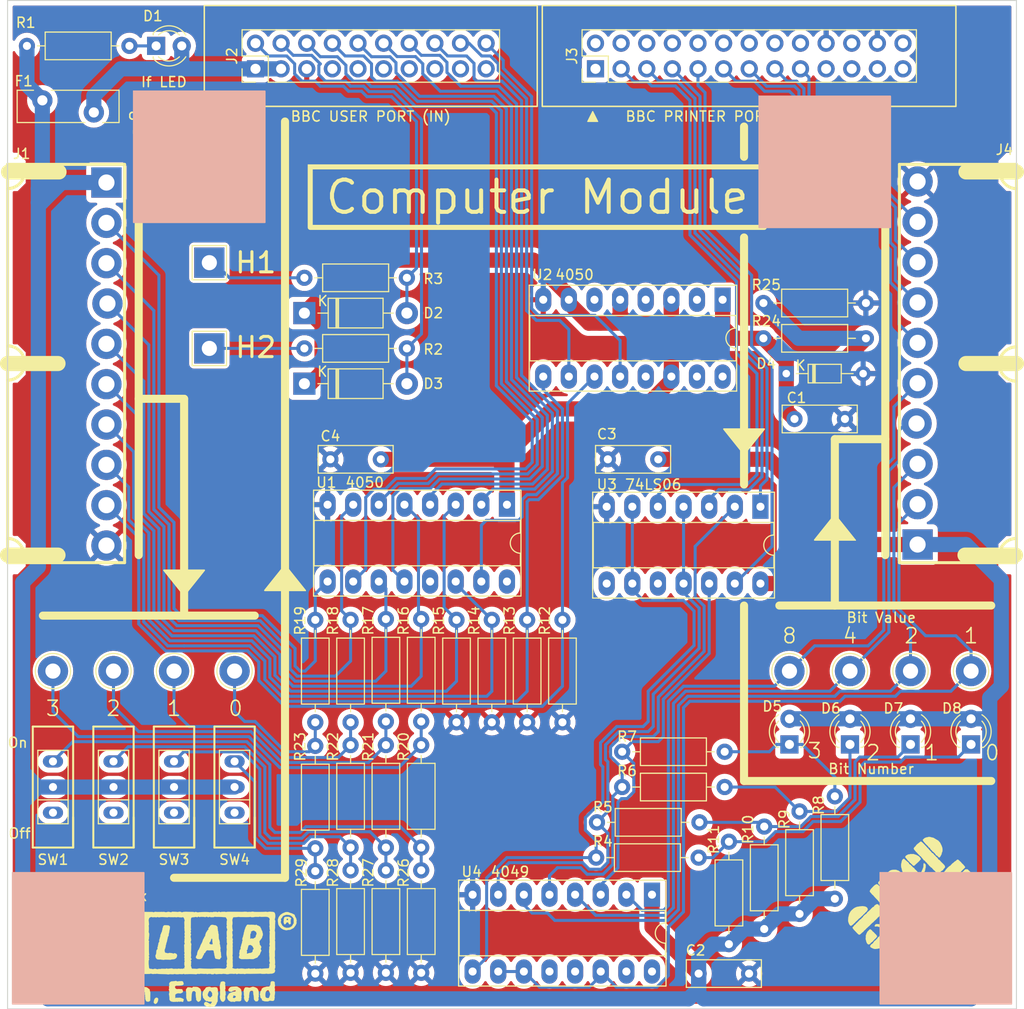
<source format=kicad_pcb>
(kicad_pcb (version 20211014) (generator pcbnew)
  (layers (0 "F.Cu" signal) (31 "B.Cu" signal) (34 "B.Paste" user) (35 "F.Paste" user) (36 "B.SilkS" user "B.Silkscreen") (37 "F.SilkS" user "F.Silkscreen") (38 "B.Mask" user) (39 "F.Mask" user) (44 "Edge.Cuts" user))
  (net 0 "")
  (net 1 "/VREF")
  (net 2 "GND")
  (net 3 "+5V")
  (net 4 "Net-(D1-Pad1)")
  (net 5 "Net-(D1-Pad2)")
  (net 6 "/CB1")
  (net 7 "/CB2")
  (net 8 "Net-(D5-Pad1)")
  (net 9 "Net-(D6-Pad1)")
  (net 10 "Net-(D7-Pad1)")
  (net 11 "Net-(D8-Pad1)")
  (net 12 "Net-(J1-Pad2)")
  (net 13 "Net-(J1-Pad3)")
  (net 14 "Net-(J1-Pad4)")
  (net 15 "Net-(J1-Pad5)")
  (net 16 "Net-(J1-Pad6)")
  (net 17 "Net-(J1-Pad7)")
  (net 18 "Net-(J1-Pad8)")
  (net 19 "Net-(J1-Pad9)")
  (net 20 "/PB0")
  (net 22 "/PB1")
  (net 24 "/PB2")
  (net 26 "/PB3")
  (net 28 "/PB4")
  (net 30 "/PB5")
  (net 32 "/PB6")
  (net 34 "/PB7")
  (net 35 "/STB")
  (net 37 "/D0")
  (net 39 "/D1")
  (net 41 "/D2")
  (net 43 "/D3")
  (net 45 "/D4")
  (net 47 "/D5")
  (net 49 "/D6")
  (net 51 "/D7")
  (net 53 "/ACK")
  (net 59 "Net-(J4-Pad2)")
  (net 60 "Net-(J4-Pad3)")
  (net 61 "Net-(J4-Pad4)")
  (net 62 "Net-(J4-Pad5)")
  (net 63 "Net-(R2-Pad1)")
  (net 64 "Net-(R3-Pad1)")
  (net 65 "Net-(R4-Pad2)")
  (net 66 "Net-(R5-Pad2)")
  (net 67 "Net-(R6-Pad2)")
  (net 68 "Net-(R7-Pad2)")
  (net 69 "Net-(R16-Pad1)")
  (net 70 "Net-(R17-Pad1)")
  (net 71 "Net-(R18-Pad1)")
  (net 72 "Net-(R19-Pad1)")
  (net 73 "Net-(R20-Pad1)")
  (net 74 "Net-(R21-Pad1)")
  (net 75 "Net-(R22-Pad1)")
  (net 76 "Net-(R23-Pad1)")
  (footprint "unilab_bbc:10W_RA_Female" (layer "F.Cu") (at 115.2 79.45 180)
    (fp_text reference "J4")
    (fp_text value "PORT B")
  )
  (footprint "Resistor_THT:R_Axial_DIN0207_L6.3mm_D2.5mm_P10.16mm_Horizontal" (layer "F.Cu") (at 107 114.58 90)
    (fp_text reference "R8")
    (fp_text value "680R")
  )
  (footprint "Resistor_THT:R_Axial_DIN0207_L6.3mm_D2.5mm_P10.16mm_Horizontal" (layer "F.Cu") (at 59 97.08 90)
    (fp_text reference "R18")
    (fp_text value "220K")
  )
  (footprint "LED_THT:LED_D3.0mm" (layer "F.Cu") (at 108.5 99.275 90)
    (fp_text reference "D6")
    (fp_text value "'4' RED")
  )
  (footprint "LED_THT:LED_D3.0mm" (layer "F.Cu") (at 120.5 99.275 90)
    (fp_text reference "D8")
    (fp_text value "'1' GRN")
  )
  (footprint "TestPoint:TestPoint_THTPad_D3.0mm_Drill1.5mm" (layer "F.Cu") (at 108.5 92)
    (fp_text reference "TP4" hide)
    (fp_text value "4")
  )
  (footprint "TestPoint:TestPoint_THTPad_D3.0mm_Drill1.5mm" (layer "F.Cu") (at 114.5 92)
    (fp_text reference "TP5" hide)
    (fp_text value "2")
  )
  (footprint "Resistor_THT:R_Axial_DIN0207_L6.3mm_D2.5mm_P10.16mm_Horizontal" (layer "F.Cu") (at 69.5 97.08 90)
    (fp_text reference "R15")
    (fp_text value "220K")
  )
  (footprint "Resistor_THT:R_Axial_DIN0207_L6.3mm_D2.5mm_P10.16mm_Horizontal" (layer "F.Cu") (at 66 109.5 90)
    (fp_text reference "R20")
    (fp_text value "220K")
  )
  (footprint "Resistor_THT:R_Axial_DIN0207_L6.3mm_D2.5mm_P10.16mm_Horizontal" (layer "F.Cu") (at 93.5 110.5 180)
    (fp_text reference "R4")
    (fp_text value "110R")
  )
  (footprint "unilab_bbc:SPDT SIP SLIDE" (layer "F.Cu") (at 29.5 103.5)
    (fp_text reference "SW1")
    (fp_text value "3")
  )
  (footprint "Package_DIP:DIP-14_W7.62mm_Socket_LongPads" (layer "F.Cu") (at 99.625 75.7 -90)
    (fp_text reference "U3")
    (fp_text value "74LS06")
  )
  (footprint "Resistor_THT:R_Axial_DIN0207_L6.3mm_D2.5mm_P10.16mm_Horizontal" (layer "F.Cu") (at 93.58 107 180)
    (fp_text reference "R5")
    (fp_text value "110R")
  )
  (footprint "LED_THT:LED_D3.0mm" (layer "F.Cu") (at 102.5 99.275 90)
    (fp_text reference "D5")
    (fp_text value "'8' RED")
  )
  (footprint "Package_DIP:DIP-16_W7.62mm_Socket_LongPads" (layer "F.Cu") (at 95.875 55.175 -90)
    (fp_text reference "U2")
    (fp_text value "4050")
  )
  (footprint "unilab_bbc:SPDT SIP SLIDE" (layer "F.Cu") (at 41.5 103.5)
    (fp_text reference "SW3")
    (fp_text value "1")
  )
  (footprint "Capacitor_THT:C_Rect_L7.2mm_W2.5mm_P5.00mm_FKS2_FKP2_MKS2_MKP2" (layer "F.Cu") (at 93.5 122)
    (fp_text reference "C2")
    (fp_text value "100n")
  )
  (footprint "TestPoint:TestPoint_THTPad_D3.0mm_Drill1.5mm" (layer "F.Cu") (at 102.5 92)
    (fp_text reference "TP3" hide)
    (fp_text value "8")
  )
  (footprint "Resistor_THT:R_Axial_DIN0207_L6.3mm_D2.5mm_P10.16mm_Horizontal" (layer "F.Cu") (at 54.42 60)
    (fp_text reference "R2")
    (fp_text value "220R")
  )
  (footprint "Resistor_THT:R_Axial_DIN0207_L6.3mm_D2.5mm_P10.16mm_Horizontal" (layer "F.Cu") (at 96.08 103.5 180)
    (fp_text reference "R6")
    (fp_text value "110R")
  )
  (footprint "unilab_bbc:10W_RA_Female" (layer "F.Cu") (at 34.8 43.55)
    (fp_text reference "J1")
    (fp_text value "PORT A")
  )
  (footprint "Capacitor_THT:C_Rect_L7.2mm_W2.5mm_P5.00mm_FKS2_FKP2_MKS2_MKP2" (layer "F.Cu") (at 62 71 180)
    (fp_text reference "C4")
    (fp_text value "100n")
  )
  (footprint "Connector_PinHeader_2.54mm:PinHeader_2x13_P2.54mm_Vertical" (layer "F.Cu") (at 83.275 32.275 90)
    (fp_text reference "J3")
    (fp_text value "BBC PRINTER PORT (OUT)")
  )
  (footprint "TestPoint:TestPoint_THTPad_D3.0mm_Drill1.5mm" (layer "F.Cu") (at 120.5 92)
    (fp_text reference "TP6" hide)
    (fp_text value "1")
  )
  (footprint "TestPoint:TestPoint_THTPad_D3.0mm_Drill1.5mm" (layer "F.Cu") (at 47.5 92)
    (fp_text reference "TP10" hide)
    (fp_text value "0" hide)
  )
  (footprint "Resistor_THT:R_Axial_DIN0207_L6.3mm_D2.5mm_P10.16mm_Horizontal" (layer "F.Cu") (at 55.5 122 90)
    (fp_text reference "R29")
    (fp_text value "10K")
  )
  (footprint "Resistor_THT:R_Axial_DIN0207_L6.3mm_D2.5mm_P10.16mm_Horizontal" (layer "F.Cu") (at 62.5 121.92 90)
    (fp_text reference "R27")
    (fp_text value "10K")
  )
  (footprint "Resistor_THT:R_Axial_DIN0207_L6.3mm_D2.5mm_P10.16mm_Horizontal" (layer "F.Cu") (at 55.5 97.08 90)
    (fp_text reference "R19")
    (fp_text value "220K")
  )
  (footprint "Package_DIP:DIP-16_W7.62mm_Socket_LongPads" (layer "F.Cu") (at 74.5 75.5 -90)
    (fp_text reference "U1")
    (fp_text value "4050")
  )
  (footprint "Diode_THT:D_DO-41_SOD81_P10.16mm_Horizontal" (layer "F.Cu") (at 54.42 56.5)
    (fp_text reference "D2")
    (fp_text value "1N4001")
  )
  (footprint "Resistor_THT:R_Axial_DIN0207_L6.3mm_D2.5mm_P10.16mm_Horizontal" (layer "F.Cu") (at 99.92 55.5)
    (fp_text reference "R25")
    (fp_text value "220R")
  )
  (footprint "Resistor_THT:R_Axial_DIN0207_L6.3mm_D2.5mm_P10.16mm_Horizontal" (layer "F.Cu") (at 55.5 109.58 90)
    (fp_text reference "R23")
    (fp_text value "220K")
  )
  (footprint "Resistor_THT:R_Axial_DIN0207_L6.3mm_D2.5mm_P10.16mm_Horizontal" (layer "F.Cu") (at 103.5 116.08 90)
    (fp_text reference "R9")
    (fp_text value "680R")
  )
  (footprint "TestPoint:TestPoint_THTPad_3.0x3.0mm_Drill1.5mm" (layer "F.Cu") (at 45 60)
    (fp_text reference "TP2" hide)
    (fp_text value "H2")
  )
  (footprint "Resistor_THT:R_Axial_DIN0207_L6.3mm_D2.5mm_P10.16mm_Horizontal" (layer "F.Cu") (at 73 97.08 90)
    (fp_text reference "R14")
    (fp_text value "220K")
  )
  (footprint "TestPoint:TestPoint_THTPad_D3.0mm_Drill1.5mm" (layer "F.Cu") (at 35.5 92)
    (fp_text reference "TP8" hide)
    (fp_text value "2" hide)
  )
  (footprint "Resistor_THT:R_Axial_DIN0207_L6.3mm_D2.5mm_P10.16mm_Horizontal" (layer "F.Cu") (at 100 117.58 90)
    (fp_text reference "R10")
    (fp_text value "680R")
  )
  (footprint "TestPoint:TestPoint_THTPad_D3.0mm_Drill1.5mm" (layer "F.Cu") (at 29.5 92)
    (fp_text reference "TP7" hide)
    (fp_text value "3" hide)
  )
  (footprint "Package_DIP:DIP-16_W7.62mm_Socket_LongPads" (layer "F.Cu") (at 88.875 114.175 -90)
    (fp_text reference "U4")
    (fp_text value "4049")
  )
  (footprint "Resistor_THT:R_Axial_DIN0207_L6.3mm_D2.5mm_P10.16mm_Horizontal" (layer "F.Cu") (at 76.5 97.08 90)
    (fp_text reference "R13")
    (fp_text value "220K")
  )
  (footprint "unilab_bbc:mep" (layer "F.Cu") (at 115.8 116.1)
    (fp_text reference "G***" hide)
    (fp_text value "LOGO" hide)
  )
  (footprint "LED_THT:LED_D3.0mm" (layer "F.Cu") (at 114.5 99.275 90)
    (fp_text reference "D7")
    (fp_text value "'2' YEL")
  )
  (footprint "Resistor_THT:R_Axial_DIN0207_L6.3mm_D2.5mm_P10.16mm_Horizontal" (layer "F.Cu") (at 59 121.92 90)
    (fp_text reference "R28")
    (fp_text value "10K")
  )
  (footprint "Resistor_THT:R_Axial_DIN0207_L6.3mm_D2.5mm_P10.16mm_Horizontal" (layer "F.Cu") (at 62.5 109.5 90)
    (fp_text reference "R21")
    (fp_text value "220K")
  )
  (footprint "unilab_bbc:SPDT SIP SLIDE" (layer "F.Cu") (at 47.5 103.5)
    (fp_text reference "SW4")
    (fp_text value "0")
  )
  (footprint "TestPoint:TestPoint_THTPad_D3.0mm_Drill1.5mm" (layer "F.Cu") (at 41.5 92)
    (fp_text reference "TP9" hide)
    (fp_text value "1" hide)
  )
  (footprint "unilab_bbc:unilab" (layer "F.Cu") (at 39.6 120.7)
    (fp_text reference "G***" hide)
    (fp_text value "LOGO" hide)
  )
  (footprint "Resistor_THT:R_Axial_DIN0207_L6.3mm_D2.5mm_P10.16mm_Horizontal" (layer "F.Cu") (at 37.08 30 180)
    (fp_text reference "R1")
    (fp_text value "100R")
  )
  (footprint "unilab_bbc:SPDT SIP SLIDE" (layer "F.Cu") (at 35.5 103.5)
    (fp_text reference "SW2")
    (fp_text value "2")
  )
  (footprint "Resistor_THT:R_Axial_DIN0207_L6.3mm_D2.5mm_P10.16mm_Horizontal" (layer "F.Cu") (at 96.08 100 180)
    (fp_text reference "R7")
    (fp_text value "110R")
  )
  (footprint "Resistor_THT:R_Axial_DIN0207_L6.3mm_D2.5mm_P10.16mm_Horizontal" (layer "F.Cu") (at 66 97 90)
    (fp_text reference "R16")
    (fp_text value "220K")
  )
  (footprint "Resistor_THT:R_Axial_DIN0207_L6.3mm_D2.5mm_P10.16mm_Horizontal" (layer "F.Cu") (at 80 97.08 90)
    (fp_text reference "R12")
    (fp_text value "220K")
  )
  (footprint "Resistor_THT:R_Axial_DIN0207_L6.3mm_D2.5mm_P10.16mm_Horizontal" (layer "F.Cu") (at 54.42 53)
    (fp_text reference "R3")
    (fp_text value "220R")
  )
  (footprint "Resistor_THT:R_Axial_DIN0207_L6.3mm_D2.5mm_P10.16mm_Horizontal" (layer "F.Cu") (at 96.5 119.08 90)
    (fp_text reference "R11")
    (fp_text value "680R")
  )
  (footprint "Diode_THT:D_DO-41_SOD81_P10.16mm_Horizontal" (layer "F.Cu") (at 54.42 63.5)
    (fp_text reference "D3")
    (fp_text value "1N4001")
  )
  (footprint "Capacitor_THT:C_Rect_L7.2mm_W2.5mm_P5.00mm_FKS2_FKP2_MKS2_MKP2" (layer "F.Cu") (at 89.5 71 180)
    (fp_text reference "C3")
    (fp_text value "100n")
  )
  (footprint "Resistor_THT:R_Axial_DIN0207_L6.3mm_D2.5mm_P10.16mm_Horizontal" (layer "F.Cu") (at 59 109.5 90)
    (fp_text reference "R22")
    (fp_text value "220K")
  )
  (footprint "Fuse:Fuse_Bourns_MF-RG400" (layer "F.Cu") (at 33.55 36.6 180)
    (fp_text reference "F1")
    (fp_text value "500mA")
  )
  (footprint "Resistor_THT:R_Axial_DIN0207_L6.3mm_D2.5mm_P10.16mm_Horizontal" (layer "F.Cu") (at 62.5 97 90)
    (fp_text reference "R17")
    (fp_text value "220K")
  )
  (footprint "LED_THT:LED_D3.0mm" (layer "F.Cu") (at 39.725 30)
    (fp_text reference "D1")
    (fp_text value "'FUSE' RED")
  )
  (footprint "Diode_THT:D_DO-34_SOD68_P7.62mm_Horizontal" (layer "F.Cu") (at 102.185 62.5)
    (fp_text reference "D4")
    (fp_text value "3V0")
  )
  (footprint "Connector_PinHeader_2.54mm:PinHeader_2x10_P2.54mm_Vertical" (layer "F.Cu") (at 49.575 32.275 90)
    (fp_text reference "J2")
    (fp_text value "BBC USER PORT (IN)")
  )
  (footprint "Capacitor_THT:C_Rect_L7.2mm_W2.5mm_P5.00mm_FKS2_FKP2_MKS2_MKP2" (layer "F.Cu") (at 103 67)
    (fp_text reference "C1")
    (fp_text value "100n")
  )
  (footprint "Resistor_THT:R_Axial_DIN0207_L6.3mm_D2.5mm_P10.16mm_Horizontal" (layer "F.Cu") (at 110.08 59 180)
    (fp_text reference "R24")
    (fp_text value "390R")
  )
  (footprint "TestPoint:TestPoint_THTPad_3.0x3.0mm_Drill1.5mm" (layer "F.Cu") (at 45 51.5)
    (fp_text reference "TP1" hide)
    (fp_text value "H1")
  )
  (footprint "Resistor_THT:R_Axial_DIN0207_L6.3mm_D2.5mm_P10.16mm_Horizontal" (layer "F.Cu") (at 66 121.92 90)
    (fp_text reference "R26")
    (fp_text value "10K")
  )
  (gr_rect (start 25.5 112) (end 38.5 125) (layer "B.SilkS") (width 0.15) (fill solid))
  (gr_rect (start 37.5 34.5) (end 50.5 47.5) (layer "B.SilkS") (width 0.15) (fill solid))
  (gr_rect (start 99.5 35) (end 112.5 48) (layer "B.SilkS") (width 0.15) (fill solid))
  (gr_rect (start 111.5 112) (end 124.5 125) (layer "B.SilkS") (width 0.15) (fill solid))
  (gr_line (start 38 65) (end 42.5 65) (layer "F.SilkS") (width 0.8))
  (gr_line (start 42.5 65) (end 42.5 86.5) (layer "F.SilkS") (width 0.8))
  (gr_line (start 122.5 102.9) (end 98 102.9) (layer "F.SilkS") (width 0.8))
  (gr_line (start 28.5 86.5) (end 49.5 86.5) (layer "F.SilkS") (width 0.8))
  (gr_line (start 101.5 85.5) (end 122.5 85.5) (layer "F.SilkS") (width 0.8))
  (gr_line (start 98 38) (end 98 41) (layer "F.SilkS") (width 0.8))
  (gr_line (start 98 85.5) (end 98 102.9) (layer "F.SilkS") (width 0.8))
  (gr_line (start 112 43) (end 112 80.5) (layer "F.SilkS") (width 0.8))
  (gr_poly (pts (xy 83.5 37.5) (xy 82.5 37.5) (xy 83 36.5)) (layer "F.SilkS") (width 0.1) (fill solid))
  (gr_poly (pts (xy 52.5 81.5) (xy 54.5 84) (xy 50.5 84)) (layer "F.SilkS") (width 0.15) (fill solid))
  (gr_poly (pts (xy 49.5 37.5) (xy 48.5 37.5) (xy 49 36.5)) (layer "F.SilkS") (width 0.1) (fill solid))
  (gr_line (start 98 49) (end 98 73.5) (layer "F.SilkS") (width 0.8))
  (gr_poly (pts (xy 107 76.5) (xy 109 79) (xy 105 79)) (layer "F.SilkS") (width 0.15) (fill solid))
  (gr_line (start 52.5 112.5) (end 41.5 112.5) (layer "F.SilkS") (width 0.8))
  (gr_line (start 52.5 37.5) (end 52.5 112.5) (layer "F.SilkS") (width 0.8))
  (gr_line (start 107 69) (end 112 69) (layer "F.SilkS") (width 0.8))
  (gr_rect (start 78 26) (end 119 36) (layer "F.SilkS") (width 0.15) (fill none))
  (gr_line (start 38 43) (end 38 80.5) (layer "F.SilkS") (width 0.8))
  (gr_poly (pts (xy 42.5 84.5) (xy 40.5 82) (xy 44.5 82)) (layer "F.SilkS") (width 0.15) (fill solid))
  (gr_rect (start 44.5 26) (end 77.5 36) (layer "F.SilkS") (width 0.15) (fill none))
  (gr_rect (start 55 42) (end 100 48) (layer "F.SilkS") (width 0.5) (fill none))
  (gr_line (start 107 69) (end 107 85.5) (layer "F.SilkS") (width 0.8))
  (gr_poly (pts (xy 98 70.5) (xy 96 68) (xy 100 68)) (layer "F.SilkS") (width 0.15) (fill solid))
  (gr_line (start 125 125.5) (end 25 125.5) (layer "Edge.Cuts") (width 0.1))
  (gr_line (start 25 25.5) (end 125 25.5) (layer "Edge.Cuts") (width 0.1))
  (gr_line (start 125 25.5) (end 125 125.5) (layer "Edge.Cuts") (width 0.1))
  (gr_line (start 25 125.5) (end 25 25.5) (layer "Edge.Cuts") (width 0.1))
  (gr_text "Off" (at 26.2 108.1) (layer "F.SilkS") (effects (font (size 1 1))))
  (gr_text "Bit Number" (at 110.6 101.7) (layer "F.SilkS") (effects (font (size 1 1))))
  (gr_text "Computer Module" (at 77.5 45) (layer "F.SilkS") (effects (font (size 3.2 3.2) (thickness 0.4))))
  (gr_text "If LED\nis on \ncheck for\noverload" (at 40.5 36) (layer "F.SilkS") (effects (font (size 1 1))))
  (gr_text "540.026 clone\nsteve@croz.co.uk" (at 26 113.5) (layer "F.SilkS") (effects (font (size 1 1)) (justify left)))
  (gr_text "On" (at 26 99.1) (layer "F.SilkS") (effects (font (size 1 1))))
  (gr_text "Bit Value" (at 111.6 86.7) (layer "F.SilkS") (effects (font (size 1 1))))
  (segment (start 54.42 56.5) (end 55 56.5) (width 1.5) (layer "F.Cu") (net 1))
  (segment (start 74.5 72) (end 74.5 70.5) (width 1.5) (layer "F.Cu") (net 1))
  (segment (start 85.715 56.715) (end 86.5 57.5) (width 1.5) (layer "F.Cu") (net 1))
  (segment (start 95 59) (end 92 59) (width 1.5) (layer "F.Cu") (net 1))
  (segment (start 89.5 57.5) (end 90.5 57.5) (width 1.5) (layer "F.Cu") (net 1))
  (segment (start 90.795 58.795) (end 90.795 59.795) (width 1.5) (layer "F.Cu") (net 1))
  (segment (start 79 66) (end 87.99 66) (width 1.5) (layer "F.Cu") (net 1))
  (segment (start 90.795 55.175) (end 90.795 56.205) (width 1.5) (layer "F.Cu") (net 1))
  (segment (start 59.669511 51.250489) (end 56.21 54.71) (width 1.5) (layer "F.Cu") (net 1))
  (segment (start 95.875 57.875) (end 97 59) (width 1.5) (layer "F.Cu") (net 1))
  (segment (start 90.795 55.175) (end 90.795 57.795) (width 1.5) (layer "F.Cu") (net 1))
  (segment (start 85.715 55.175) (end 85.715 56.785) (width 1.5) (layer "F.Cu") (net 1))
  (segment (start 91.205 59.795) (end 90.795 59.795) (width 1.5) (layer "F.Cu") (net 1))
  (segment (start 92 59) (end 91.205 59.795) (width 1.5) (layer "F.Cu") (net 1))
  (segment (start 73.5 71) (end 74 71) (width 1.5) (layer "F.Cu") (net 1))
  (segment (start 99.92 59) (end 97 59) (width 1.5) (layer "F.Cu") (net 1))
  (segment (start 56.21 54.71) (end 54.42 56.5) (width 1.5) (layer "F.Cu") (net 1))
  (segment (start 90.795 59.795) (end 90.795 62.795) (width 1.5) (layer "F.Cu") (net 1))
  (segment (start 82.625806 57.5) (end 83.724194 57.5) (width 1.5) (layer "F.Cu") (net 1))
  (segment (start 90.5 57.5) (end 90.795 57.795) (width 1.5) (layer "F.Cu") (net 1))
  (segment (start 55 56.5) (end 56.169511 57.669511) (width 1.5) (layer "F.Cu") (net 1))
  (segment (start 89.5 57.5) (end 90.795 58.795) (width 1.5) (layer "F.Cu") (net 1))
  (segment (start 90.795 63.195) (end 90.795 62.795) (width 1.5) (layer "F.Cu") (net 1))
  (segment (start 62 71) (end 73.5 71) (width 1.5) (layer "F.Cu") (net 1))
  (segment (start 102.185 62.5) (end 102.185 66.185) (width 1.5) (layer "F.Cu") (net 1))
  (segment (start 95.875 58.125) (end 95 59) (width 1.5) (layer "F.Cu") (net 1))
  (segment (start 83.724194 57.5) (end 85 57.5) (width 1.5) (layer "F.Cu") (net 1))
  (segment (start 95.875 55.175) (end 95.875 58.125) (width 1.5) (layer "F.Cu") (net 1))
  (segment (start 56.169511 57.669511) (end 56.169511 62.330489) (width 1.5) (layer "F.Cu") (net 1))
  (segment (start 55 63.5) (end 54.42 63.5) (width 1.5) (layer "F.Cu") (net 1))
  (segment (start 73.5 71) (end 74.5 72) (width 1.5) (layer "F.Cu") (net 1))
  (segment (start 80.635 55.175) (end 80.635 55.509194) (width 1.5) (layer "F.Cu") (net 1))
  (segment (start 102.185 66.185) (end 103 67) (width 1.5) (layer "F.Cu") (net 1))
  (segment (start 77.110489 51.250489) (end 59.669511 51.250489) (width 1.5) (layer "F.Cu") (net 1))
  (segment (start 99.92 59) (end 102.185 61.265) (width 1.5) (layer "F.Cu") (net 1))
  (segment (start 74.5 75.5) (end 74.5 72) (width 1.5) (layer "F.Cu") (net 1))
  (segment (start 90.795 57.205) (end 90.5 57.5) (width 1.5) (layer "F.Cu") (net 1))
  (segment (start 86.5 57.5) (end 89.5 57.5) (width 1.5) (layer "F.Cu") (net 1))
  (segment (start 95.875 55.175) (end 95.875 57.875) (width 1.5) (layer "F.Cu") (net 1))
  (segment (start 80.635 54.775) (end 77.110489 51.250489) (width 1.5) (layer "F.Cu") (net 1))
  (segment (start 87.99 66) (end 90.795 63.195) (width 1.5) (layer "F.Cu") (net 1))
  (segment (start 56.169511 57.669511) (end 56.21 57.629022) (width 1.5) (layer "F.Cu") (net 1))
  (segment (start 97 59) (end 95 59) (width 1.5) (layer "F.Cu") (net 1))
  (segment (start 85 57.5) (end 86.5 57.5) (width 1.5) (layer "F.Cu") (net 1))
  (segment (start 80.635 55.509194) (end 82.625806 57.5) (width 1.5) (layer "F.Cu") (net 1))
  (segment (start 85.715 56.785) (end 85 57.5) (width 1.5) (layer "F.Cu") (net 1))
  (segment (start 56.169511 62.330489) (end 55 63.5) (width 1.5) (layer "F.Cu") (net 1))
  (segment (start 90.795 55.175) (end 90.795 57.205) (width 1.5) (layer "F.Cu") (net 1))
  (segment (start 85.715 55.175) (end 85.715 56.715) (width 1.5) (layer "F.Cu") (net 1))
  (segment (start 80.635 55.175) (end 80.635 54.775) (width 1.5) (layer "F.Cu") (net 1))
  (segment (start 56.21 57.629022) (end 56.21 54.71) (width 1.5) (layer "F.Cu") (net 1))
  (segment (start 74 71) (end 74.5 70.5) (width 1.5) (layer "F.Cu") (net 1))
  (segment (start 74.5 70.5) (end 79 66) (width 1.5) (layer "F.Cu") (net 1))
  (segment (start 92 59) (end 90.795 57.795) (width 1.5) (layer "F.Cu") (net 1))
  (segment (start 90.795 57.795) (end 90.795 59.795) (width 1.5) (layer "F.Cu") (net 1))
  (segment (start 102.185 61.265) (end 102.185 62.5) (width 1.5) (layer "F.Cu") (net 1))
  (segment (start 105.5 63.58) (end 105.5 71) (width 1.5) (layer "F.Cu") (net 3))
  (segment (start 100.5 71) (end 101.75 72.25) (width 1.5) (layer "F.Cu") (net 3))
  (segment (start 101.75 72.25) (end 102.5 73) (width 1.5) (layer "F.Cu") (net 3))
  (segment (start 102.5 81) (end 102.5 82) (width 1.5) (layer "F.Cu") (net 3))
  (segment (start 104.05 79.45) (end 102.5 81) (width 1.5) (layer "F.Cu") (net 3))
  (segment (start 102.5 74) (end 102.5 78) (width 1.5) (layer "F.Cu") (net 3))
  (segment (start 102.5 82) (end 101.18 83.32) (width 1.5) (layer "F.Cu") (net 3))
  (segment (start 104.05 79.45) (end 103.95 79.45) (width 1.5) (layer "F.Cu") (net 3))
  (segment (start 103.95 79.45) (end 102.5 78) (width 1.5) (layer "F.Cu") (net 3))
  (segment (start 101.75 72.25) (end 103.75 72.25) (width 1.5) (layer "F.Cu") (net 3))
  (segment (start 103.75 72.25) (end 104 72.5) (width 1.5) (layer "F.Cu") (net 3))
  (segment (start 102.5 78) (end 102.5 81) (width 1.5) (layer "F.Cu") (net 3))
  (segment (start 110.08 59) (end 105.5 63.58) (width 1.5) (layer "F.Cu") (net 3))
  (segment (start 115.2 79.45) (end 104.05 79.45) (width 1.5) (layer "F.Cu") (net 3))
  (segment (start 101.18 83.32) (end 99.625 83.32) (width 1.5) (layer "F.Cu") (net 3))
  (segment (start 102.5 73) (end 102.5 74) (width 1.5) (layer "F.Cu") (net 3))
  (segment (start 88.875 117.375) (end 93.5 122) (width 1.5) (layer "F.Cu") (net 3))
  (segment (start 89.5 71) (end 100.5 71) (width 1.5) (layer "F.Cu") (net 3))
  (segment (start 105.5 71) (end 104 72.5) (width 1.5) (layer "F.Cu") (net 3))
  (segment (start 88.875 114.175) (end 88.875 117.375) (width 1.5) (layer "F.Cu") (net 3))
  (segment (start 104 72.5) (end 102.5 74) (width 1.5) (layer "F.Cu") (net 3))
  (segment (start 26.5 104) (end 26.5 105) (width 1.5) (layer "B.Cu") (net 3))
  (segment (start 28.05 42.65) (end 28.45 42.25) (width 1.5) (layer "B.Cu") (net 3))
  (segment (start 120.5 124.5) (end 122.349511 122.650489) (width 1.5) (layer "B.Cu") (net 3))
  (segment (start 100 117.58) (end 101.5 116.08) (width 1.5) (layer "B.Cu") (net 3))
  (segment (start 122.349511 97.311719) (end 122.349511 94.650489) (width 1.5) (layer "B.Cu") (net 3))
  (segment (start 28.35 45.55) (end 28.05 45.55) (width 1.5) (layer "B.Cu") (net 3))
  (segment (start 96.5 119.08) (end 98.08 117.5) (width 1.5) (layer "B.Cu") (net 3))
  (segment (start 93.5 123.5) (end 92.5 124.5) (width 1.5) (layer "B.Cu") (net 3))
  (segment (start 93.5 122) (end 93.5 123.5) (width 1.5) (layer "B.Cu") (net 3))
  (segment (start 93.5 124) (end 94 124.5) (width 1.5) (layer "B.Cu") (net 3))
  (segment (start 26.5 100.5) (end 26.5 102) (width 1.5) (layer "B.Cu") (net 3))
  (segment (start 28.05 81.65) (end 28.05 45.55) (width 1.5) (layer "B.Cu") (net 3))
  (segment (start 47.5 103.5) (end 41.5 103.5) (width 1.5) (layer "B.Cu") (net 3))
  (segment (start 102.5 96.735) (end 108.5 96.735) (width 1.5) (layer "B.Cu") (net 3))
  (segment (start 120.5 96.735) (end 121.772792 96.735) (width 1.5) (layer "B.Cu") (net 3))
  (segment (start 93.5 122) (end 93.5 124) (width 1.5) (layer "B.Cu") (net 3))
  (segment (start 122.349511 122.650489) (end 122.349511 97.311719) (width 1.5) (layer "B.Cu") (net 3))
  (segment (start 26.5 100.5) (end 26.5 83.2) (width 1.5) (layer "B.Cu") (net 3))
  (segment (start 28.05 44.15) (end 29.15 44.15) (width 1.5) (layer "B.Cu") (net 3))
  (segment (start 30.35 43.55) (end 29.75 43.55) (width 1.5) (layer "B.Cu") (net 3))
  (segment (start 29.75 43.55) (end 28.45 42.25) (width 1.5) (layer "B.Cu") (net 3))
  (segment (start 41.5 103.5) (end 35.5 103.5) (width 1.5) (layer "B.Cu") (net 3))
  (segment (start 26.5 102) (end 28 103.5) (width 1.5) (layer "B.Cu") (net 3))
  (segment (start 27 103.5) (end 26.5 104) (width 1.5) (layer "B.Cu") (net 3))
  (segment (start 28.45 42.25) (end 28.45 35.4) (width 1.5) (layer "B.Cu") (net 3))
  (segment (start 26.5 83.2) (end 28.05 81.65) (width 1.5) (layer "B.Cu") (net 3))
  (segment (start 28 103.5) (end 27 103.5) (width 1.5) (layer "B.Cu") (net 3))
  (segment (start 29 124.5) (end 26.5 122) (width 1.5) (layer "B.Cu") (net 3))
  (segment (start 92.5 124.5) (end 29 124.5) (width 1.5) (layer "B.Cu") (net 3))
  (segment (start 26.5 105) (end 28 103.5) (width 1.5) (layer "B.Cu") (net 3))
  (segment (start 94 124.5) (end 120.5 124.5) (width 1.5) (layer "B.Cu") (net 3))
  (segment (start 93.5 122) (end 93.5 120.5) (width 1.5) (layer "B.Cu") (net 3))
  (segment (start 114.5 96.735) (end 120.5 96.735) (width 1.5) (layer "B.Cu") (net 3))
  (segment (start 26.5 100.5) (end 26.5 104) (width 1.5) (layer "B.Cu") (net 3))
  (segment (start 101.5 116.08) (end 103.5 116.08) (width 1.5) (layer "B.Cu") (net 3))
  (segment (start 29.15 44.15) (end 29.75 43.55) (width 1.5) (layer "B.Cu") (net 3))
  (segment (start 121.772792 96.735) (end 122.349511 97.311719) (width 1.5) (layer "B.Cu") (net 3))
  (segment (start 98.16 117.58) (end 100 117.58) (width 1.5) (layer "B.Cu") (net 3))
  (segment (start 108.5 96.735) (end 114.5 96.735) (width 1.5) (layer "B.Cu") (net 3))
  (segment (start 30.35 43.55) (end 28.35 45.55) (width 1.5) (layer "B.Cu") (net 3))
  (segment (start 119.989312 79.45) (end 115.2 79.45) (width 1.5) (layer "B.Cu") (net 3))
  (segment (start 98.08 117.5) (end 98.16 117.58) (width 1.5) (layer "B.Cu") (net 3))
  (segment (start 103.5 116.08) (end 105 114.58) (width 1.5) (layer "B.Cu") (net 3))
  (segment (start 122.349511 94.650489) (end 123.5 93.5) (width 1.5) (layer "B.Cu") (net 3))
  (segment (start 103.42 59) (end 110.08 59) (width 1.5) (layer "B.Cu") (net 3))
  (segment (start 28.05 44.15) (end 28.05 42.65) (width 1.5) (layer "B.Cu") (net 3))
  (segment (start 99.92 55.5) (end 103.42 59) (width 1.5) (layer "B.Cu") (net 3))
  (segment (start 105 114.58) (end 107 114.58) (width 1.5) (layer "B.Cu") (net 3))
  (segment (start 26.92 30) (end 26.92 33.87) (width 1.5) (layer "B.Cu") (net 3))
  (segment (start 28.05 45.55) (end 28.05 44.15) (width 1.5) (layer "B.Cu") (net 3))
  (segment (start 26.92 33.87) (end 28.45 35.4) (width 1.5) (layer "B.Cu") (net 3))
  (segment (start 123.5 82.960688) (end 119.989312 79.45) (width 1.5) (layer "B.Cu") (net 3))
  (segment (start 94.92 119.08) (end 96.5 119.08) (width 1.5) (layer "B.Cu") (net 3))
  (segment (start 28 103.5) (end 29.5 103.5) (width 1.5) (layer "B.Cu") (net 3))
  (segment (start 35.5 103.5) (end 29.5 103.5) (width 1.5) (layer "B.Cu") (net 3))
  (segment (start 93.5 120.5) (end 94.92 119.08) (width 1.5) (layer "B.Cu") (net 3))
  (segment (start 123.5 93.5) (end 123.5 82.960688) (width 1.5) (layer "B.Cu") (net 3))
  (segment (start 26.5 122) (end 26.5 105) (width 1.5) (layer "B.Cu") (net 3))
  (segment (start 30.35 43.55) (end 34.8 43.55) (width 1.5) (layer "B.Cu") (net 3))
  (segment (start 39.725 30) (end 37.08 30) (width 0.3) (layer "B.Cu") (net 4))
  (segment (start 49.575 32.275) (end 42.775 32.275) (width 1.5) (layer "B.Cu") (net 5))
  (segment (start 36.225 32.275) (end 33.55 34.95) (width 1.5) (layer "B.Cu") (net 5))
  (segment (start 42.265 31.765) (end 42.775 32.275) (width 1.5) (layer "B.Cu") (net 5))
  (segment (start 52.115 32.275) (end 49.575 32.275) (width 1.5) (layer "B.Cu") (net 5))
  (segment (start 33.55 34.95) (end 33.55 36.6) (width 1.5) (layer "B.Cu") (net 5))
  (segment (start 42.775 32.275) (end 36.225 32.275) (width 1.5) (layer "B.Cu") (net 5))
  (segment (start 42.265 30) (end 42.265 31.765) (width 1.5) (layer "B.Cu") (net 5))
  (segment (start 52.673572 31) (end 53.455489 31.781917) (width 0.3) (layer "B.Cu") (net 6))
  (segment (start 53.455489 31.781917) (end 53.455489 32.771855) (width 0.3) (layer "B.Cu") (net 6))
  (segment (start 64.58 53) (end 64.58 56.5) (width 0.3) (layer "B.Cu") (net 6))
  (segment (start 63.051573 35.033651) (end 65.529991 37.512069) (width 0.3) (layer "B.Cu") (net 6))
  (segment (start 55.5 33.5) (end 56 34) (width 0.3) (layer "B.Cu") (net 6))
  (segment (start 49.575 29.735) (end 50.84 31) (width 0.3) (layer "B.Cu") (net 6))
  (segment (start 58.793091 34.499519) (end 60.086663 34.499519) (width 0.3) (layer "B.Cu") (net 6))
  (segment (start 60.620797 35.033651) (end 63.051573 35.033651) (width 0.3) (layer "B.Cu") (net 6))
  (segment (start 50.84 31) (end 52.673572 31) (width 0.3) (layer "B.Cu") (net 6))
  (segment (start 65.529991 37.512069) (end 65.529991 52.050009) (width 0.3) (layer "B.Cu") (net 6))
  (segment (start 56 34) (end 58.293572 34) (width 0.3) (layer "B.Cu") (net 6))
  (segment (start 53.455489 32.771855) (end 54.183634 33.5) (width 0.3) (layer "B.Cu") (net 6))
  (segment (start 58.293572 34) (end 58.793091 34.499519) (width 0.3) (layer "B.Cu") (net 6))
  (segment (start 60.086663 34.499519) (end 60.620797 35.033651) (width 0.3) (layer "B.Cu") (net 6))
  (segment (start 54.183634 33.5) (end 55.5 33.5) (width 0.3) (layer "B.Cu") (net 6))
  (segment (start 65.529991 52.050009) (end 64.58 53) (width 0.3) (layer "B.Cu") (net 6))
  (segment (start 53.314511 30.934511) (end 55.148083 30.934511) (width 0.3) (layer "B.Cu") (net 7))
  (segment (start 66.029511 37.305161) (end 66.029511 58.550489) (width 0.3) (layer "B.Cu") (net 7))
  (segment (start 55.148083 30.934511) (end 56 31.786428) (width 0.3) (layer "B.Cu") (net 7))
  (segment (start 58.5 33.5) (end 59 34) (width 0.3) (layer "B.Cu") (net 7))
  (segment (start 66.029511 58.550489) (end 64.58 60) (width 0.3) (layer "B.Cu") (net 7))
  (segment (start 52.115 29.735) (end 53.314511 30.934511) (width 0.3) (layer "B.Cu") (net 7))
  (segment (start 60.293572 34) (end 60.827704 34.534131) (width 0.3) (layer "B.Cu") (net 7))
  (segment (start 60.827704 34.534131) (end 63.258481 34.534131) (width 0.3) (layer "B.Cu") (net 7))
  (segment (start 56.5 33.5) (end 58.5 33.5) (width 0.3) (layer "B.Cu") (net 7))
  (segment (start 59 34) (end 60.293572 34) (width 0.3) (layer "B.Cu") (net 7))
  (segment (start 55.854511 32.854511) (end 56.5 33.5) (width 0.3) (layer "B.Cu") (net 7))
  (segment (start 55.854511 31.931917) (end 55.854511 32.854511) (width 0.3) (layer "B.Cu") (net 7))
  (segment (start 56 31.786428) (end 55.854511 31.931917) (width 0.3) (layer "B.Cu") (net 7))
  (segment (start 64.58 60) (end 64.58 63.5) (width 0.3) (layer "B.Cu") (net 7))
  (segment (start 63.258481 34.534131) (end 66.029511 37.305161) (width 0.3) (layer "B.Cu") (net 7))
  (segment (start 103.775 99.275) (end 102.5 99.275) (width 0.3) (layer "B.Cu") (net 8))
  (segment (start 96.08 100) (end 100.5 100) (width 0.3) (layer "B.Cu") (net 8))
  (segment (start 107 102.5) (end 103.775 99.275) (width 0.3) (layer "B.Cu") (net 8))
  (segment (start 107 104.42) (end 107 102.5) (width 0.3) (layer "B.Cu") (net 8))
  (segment (start 101.225 99.275) (end 102.5 99.275) (width 0.3) (layer "B.Cu") (net 8))
  (segment (start 100.5 100) (end 101.225 99.275) (width 0.3) (layer "B.Cu") (net 8))
  (segment (start 107.125655 105.92) (end 108.5 104.545655) (width 0.3) (layer "B.Cu") (net 9))
  (segment (start 103.5 105.92) (end 107.125655 105.92) (width 0.3) (layer "B.Cu") (net 9))
  (segment (start 96.08 103.5) (end 101.08 103.5) (width 0.3) (layer "B.Cu") (net 9))
  (segment (start 108.5 104.545655) (end 108.5 99.275) (width 0.3) (layer "B.Cu") (net 9))
  (segment (start 101.08 103.5) (end 103.5 105.92) (width 0.3) (layer "B.Cu") (net 9))
  (segment (start 99.58 107) (end 100 107.42) (width 0.3) (layer "B.Cu") (net 10))
  (segment (start 93.58 107) (end 99.58 107) (width 0.3) (layer "B.Cu") (net 10))
  (segment (start 100 107.42) (end 103.625655 107.42) (width 0.3) (layer "B.Cu") (net 10))
  (segment (start 109 101) (end 109.475489 100.524511) (width 0.3) (layer "B.Cu") (net 10))
  (segment (start 107.332562 106.41952) (end 109 104.752082) (width 0.3) (layer "B.Cu") (net 10))
  (segment (start 109 104.752082) (end 109 101) (width 0.3) (layer "B.Cu") (net 10))
  (segment (start 113.250489 100.524511) (end 114.5 99.275) (width 0.3) (layer "B.Cu") (net 10))
  (segment (start 109.475489 100.524511) (end 113.250489 100.524511) (width 0.3) (layer "B.Cu") (net 10))
  (segment (start 103.625655 107.42) (end 104.626135 106.41952) (width 0.3) (layer "B.Cu") (net 10))
  (segment (start 104.626135 106.41952) (end 107.332562 106.41952) (width 0.3) (layer "B.Cu") (net 10))
  (segment (start 107.58096 106.91904) (end 104.833043 106.91904) (width 0.3) (layer "B.Cu") (net 11))
  (segment (start 113.512256 101.012256) (end 113.500482 101.02403) (width 0.3) (layer "B.Cu") (net 11))
  (segment (start 103.832564 107.919519) (end 101.126135 107.91952) (width 0.3) (layer "B.Cu") (net 11))
  (segment (start 100.125655 108.92) (end 96.5 108.92) (width 0.3) (layer "B.Cu") (net 11))
  (segment (start 109.97597 101.02403) (end 109.5 101.5) (width 0.3) (layer "B.Cu") (net 11))
  (segment (start 113.512256 101.012256) (end 113.50048 101.024031) (width 0.3) (layer "B.Cu") (net 11))
  (segment (start 120.5 99.275) (end 119.250489 100.524511) (width 0.3) (layer "B.Cu") (net 11))
  (segment (start 101.126135 107.91952) (end 100.125655 108.92) (width 0.3) (layer "B.Cu") (net 11))
  (segment (start 119.250489 100.524511) (end 114 100.524511) (width 0.3) (layer "B.Cu") (net 11))
  (segment (start 114 100.524511) (end 113.512256 101.012256) (width 0.3) (layer "B.Cu") (net 11))
  (segment (start 113.500482 101.02403) (end 109.97597 101.02403) (width 0.3) (layer "B.Cu") (net 11))
  (segment (start 104.833043 106.91904) (end 103.832564 107.919519) (width 0.3) (layer "B.Cu") (net 11))
  (segment (start 109.5 105) (end 107.58096 106.91904) (width 0.3) (layer "B.Cu") (net 11))
  (segment (start 109.5 101.5) (end 109.5 105) (width 0.3) (layer "B.Cu") (net 11))
  (segment (start 93.5 110.5) (end 94.92 110.5) (width 0.3) (layer "B.Cu") (net 11))
  (segment (start 94.92 110.5) (end 96.5 108.92) (width 0.3) (layer "B.Cu") (net 11))
  (segment (start 55.5 84.34) (end 56.72 83.12) (width 0.3) (layer "B.Cu") (net 12))
  (segment (start 55.5 86.92) (end 55.5 84.34) (width 0.3) (layer "B.Cu") (net 12))
  (segment (start 39.999039 75.760472) (end 39.999039 52.749039) (width 0.3) (layer "B.Cu") (net 12))
  (segment (start 41.499519 77.260952) (end 39.999039 75.760472) (width 0.3) (layer "B.Cu") (net 12))
  (segment (start 54.5 92) (end 54 92) (width 0.3) (layer "B.Cu") (net 12))
  (segment (start 55.5 91) (end 54.5 92) (width 0.3) (layer "B.Cu") (net 12))
  (segment (start 41.498559 85.792131) (end 41.499519 85.791171) (width 0.3) (layer "B.Cu") (net 12))
  (segment (start 50.237605 86.5) (end 42.206428 86.5) (width 0.3) (layer "B.Cu") (net 12))
  (segment (start 41.499519 85.791171) (end 41.499519 77.260952) (width 0.3) (layer "B.Cu") (net 12))
  (segment (start 55.5 86.92) (end 55.5 91) (width 0.3) (layer "B.Cu") (net 12))
  (segment (start 54 92) (end 53.5 91.5) (width 0.3) (layer "B.Cu") (net 12))
  (segment (start 53.5 91.5) (end 53.5 89.762395) (width 0.3) (layer "B.Cu") (net 12))
  (segment (start 39.999039 52.749039) (end 34.8 47.55) (width 0.3) (layer "B.Cu") (net 12))
  (segment (start 53.5 89.762395) (end 50.237605 86.5) (width 0.3) (layer "B.Cu") (net 12))
  (segment (start 42.206428 86.5) (end 41.498559 85.792131) (width 0.3) (layer "B.Cu") (net 12))
  (segment (start 39.499519 56.249519) (end 39.49952 75.967381) (width 0.3) (layer "B.Cu") (net 13))
  (segment (start 59 86.92) (end 58.11048 86.03048) (width 0.3) (layer "B.Cu") (net 13))
  (segment (start 59 91) (end 59 86.92) (width 0.3) (layer "B.Cu") (net 13))
  (segment (start 40.999039 85.999039) (end 42.00048 87.00048) (width 0.3) (layer "B.Cu") (net 13))
  (segment (start 53 91.793572) (end 53.706428 92.5) (width 0.3) (layer "B.Cu") (net 13))
  (segment (start 53.706428 92.5) (end 57.5 92.5) (width 0.3) (layer "B.Cu") (net 13))
  (segment (start 57.5 92.5) (end 59 91) (width 0.3) (layer "B.Cu") (net 13))
  (segment (start 53 89.968822) (end 53 91.793572) (width 0.3) (layer "B.Cu") (net 13))
  (segment (start 42.00048 87.00048) (end 50.03166 87.000481) (width 0.3) (layer "B.Cu") (net 13))
  (segment (start 41 77.467861) (end 40.999039 77.468822) (width 0.3) (layer "B.Cu") (net 13))
  (segment (start 58.11048 86.03048) (end 58.11048 76.64952) (width 0.3) (layer "B.Cu") (net 13))
  (segment (start 58.11048 76.64952) (end 59.26 75.5) (width 0.3) (layer "B.Cu") (net 13))
  (segment (start 39.49952 75.967381) (end 41 77.467861) (width 0.3) (layer "B.Cu") (net 13))
  (segment (start 50.03166 87.000481) (end 53 89.968822) (width 0.3) (layer "B.Cu") (net 13))
  (segment (start 40.999039 77.468822) (end 40.999039 85.999039) (width 0.3) (layer "B.Cu") (net 13))
  (segment (start 34.8 51.55) (end 39.499519 56.249519) (width 0.3) (layer "B.Cu") (net 13))
  (segment (start 34.9 55.55) (end 39 59.65) (width 0.3) (layer "B.Cu") (net 14))
  (segment (start 41.793572 87.5) (end 49.824751 87.5) (width 0.3) (layer "B.Cu") (net 14))
  (segment (start 62.5 83.82) (end 61.8 83.12) (width 0.3) (layer "B.Cu") (net 14))
  (segment (start 62.5 86.84) (end 62.5 83.82) (width 0.3) (layer "B.Cu") (net 14))
  (segment (start 40.49952 86.205948) (end 41.793572 87.5) (width 0.3) (layer "B.Cu") (net 14))
  (segment (start 52.5 92) (end 53.5 93) (width 0.3) (layer "B.Cu") (net 14))
  (segment (start 53.5 93) (end 61.5 93) (width 0.3) (layer "B.Cu") (net 14))
  (segment (start 39 59.65) (end 39 76.174289) (width 0.3) (layer "B.Cu") (net 14))
  (segment (start 49.824751 87.5) (end 52.5 90.17525) (width 0.3) (layer "B.Cu") (net 14))
  (segment (start 61.5 93) (end 62.5 92) (width 0.3) (layer "B.Cu") (net 14))
  (segment (start 40.499519 77.673808) (end 40.49952 86.205948) (width 0.3) (layer "B.Cu") (net 14))
  (segment (start 62.5 92) (end 62.5 86.84) (width 0.3) (layer "B.Cu") (net 14))
  (segment (start 39 76.174289) (end 40.499519 77.673808) (width 0.3) (layer "B.Cu") (net 14))
  (segment (start 52.5 90.17525) (end 52.5 92) (width 0.3) (layer "B.Cu") (net 14))
  (segment (start 66 92.50048) (end 66 86.84) (width 0.3) (layer "B.Cu") (net 15))
  (segment (start 38.5 76.380717) (end 40 77.880717) (width 0.3) (layer "B.Cu") (net 15))
  (segment (start 53.294052 93.50048) (end 65 93.50048) (width 0.3) (layer "B.Cu") (net 15))
  (segment (start 65 93.50048) (end 66 92.50048) (width 0.3) (layer "B.Cu") (net 15))
  (segment (start 38.5 63.25) (end 38.5 76.380717) (width 0.3) (layer "B.Cu") (net 15))
  (segment (start 34.8 59.55) (end 38.5 63.25) (width 0.3) (layer "B.Cu") (net 15))
  (segment (start 52 90.381677) (end 52 92.206428) (width 0.3) (layer "B.Cu") (net 15))
  (segment (start 41.5 88) (end 49.618323 88) (width 0.3) (layer "B.Cu") (net 15))
  (segment (start 52 92.206428) (end 53.294052 93.50048) (width 0.3) (layer "B.Cu") (net 15))
  (segment (start 65.73048 76.89048) (end 64.34 75.5) (width 0.3) (layer "B.Cu") (net 15))
  (segment (start 66 86.84) (end 65.73048 86.57048) (width 0.3) (layer "B.Cu") (net 15))
  (segment (start 65.73048 86.57048) (end 65.73048 76.89048) (width 0.3) (layer "B.Cu") (net 15))
  (segment (start 40 86.5) (end 41.5 88) (width 0.3) (layer "B.Cu") (net 15))
  (segment (start 49.618323 88) (end 52 90.381677) (width 0.3) (layer "B.Cu") (net 15))
  (segment (start 40 77.880717) (end 40 86.5) (width 0.3) (layer "B.Cu") (net 15))
  (segment (start 68.27048 85.69048) (end 68.27048 76.64952) (width 0.3) (layer "B.Cu") (net 16))
  (segment (start 53.087144 94) (end 68.5 94) (width 0.3) (layer "B.Cu") (net 16))
  (segment (start 38 66.75) (end 38 76.587145) (width 0.3) (layer "B.Cu") (net 16))
  (segment (start 69.5 86.92) (end 68.27048 85.69048) (width 0.3) (layer "B.Cu") (net 16))
  (segment (start 68.27048 76.64952) (end 69.42 75.5) (width 0.3) (layer "B.Cu") (net 16))
  (segment (start 34.8 63.55) (end 38 66.75) (width 0.3) (layer "B.Cu") (net 16))
  (segment (start 41.293573 88.5) (end 49.411895 88.5) (width 0.3) (layer "B.Cu") (net 16))
  (segment (start 68.5 94) (end 69.5 93) (width 0.3) (layer "B.Cu") (net 16))
  (segment (start 51.5 90.588105) (end 51.5 92.412856) (width 0.3) (layer "B.Cu") (net 16))
  (segment (start 39.5 86.706427) (end 41.293573 88.5) (width 0.3) (layer "B.Cu") (net 16))
  (segment (start 49.411895 88.5) (end 51.5 90.588105) (width 0.3) (layer "B.Cu") (net 16))
  (segment (start 69.5 93) (end 69.5 86.92) (width 0.3) (layer "B.Cu") (net 16))
  (segment (start 39.5 78.087145) (end 39.5 86.706427) (width 0.3) (layer "B.Cu") (net 16))
  (segment (start 38 76.587145) (end 39.5 78.087145) (width 0.3) (layer "B.Cu") (net 16))
  (segment (start 51.5 92.412856) (end 53.087144 94) (width 0.3) (layer "B.Cu") (net 16))
  (segment (start 51 90.794533) (end 51 92.619284) (width 0.3) (layer "B.Cu") (net 17))
  (segment (start 49.205467 89) (end 51 90.794533) (width 0.3) (layer "B.Cu") (net 17))
  (segment (start 41.087145 89) (end 49.205467 89) (width 0.3) (layer "B.Cu") (net 17))
  (segment (start 52.881196 94.50048) (end 72.49952 94.50048) (width 0.3) (layer "B.Cu") (net 17))
  (segment (start 69.42 83.12) (end 69.42 83.34) (width 0.3) (layer "B.Cu") (net 17))
  (segment (start 73 94) (end 73 86.92) (width 0.3) (layer "B.Cu") (net 17))
  (segment (start 34.8 67.55) (end 37.5 70.25) (width 0.3) (layer "B.Cu") (net 17))
  (segment (start 39 78.293573) (end 39 86.912855) (width 0.3) (layer "B.Cu") (net 17))
  (segment (start 72.49952 94.50048) (end 73 94) (width 0.3) (layer "B.Cu") (net 17))
  (segment (start 39 86.912855) (end 41.087145 89) (width 0.3) (layer "B.Cu") (net 17))
  (segment (start 51 92.619284) (end 52.881196 94.50048) (width 0.3) (layer "B.Cu") (net 17))
  (segment (start 37.5 70.25) (end 37.5 76.793573) (width 0.3) (layer "B.Cu") (net 17))
  (segment (start 69.42 83.34) (end 73 86.92) (width 0.3) (layer "B.Cu") (net 17))
  (segment (start 37.5 76.793573) (end 39 78.293573) (width 0.3) (layer "B.Cu") (net 17))
  (segment (start 80 72.619282) (end 77.619282 75) (width 0.3) (layer "B.Cu") (net 18))
  (segment (start 48.99952 89.50048) (end 50.5 91.00096) (width 0.3) (layer "B.Cu") (net 18))
  (segment (start 75.5 95) (end 76.5 94) (width 0.3) (layer "B.Cu") (net 18))
  (segment (start 50.5 92.825712) (end 52.674288 95) (width 0.3) (layer "B.Cu") (net 18))
  (segment (start 80 66) (end 80 72.619282) (width 0.3) (layer "B.Cu") (net 18))
  (segment (start 42.5 89.5) (end 42.50048 89.50048) (width 0.3) (layer "B.Cu") (net 18))
  (segment (start 76.706428 75) (end 76.5 75.206428) (width 0.3) (layer "B.Cu") (net 18))
  (segment (start 37 73.75) (end 37 77) (width 0.3) (layer "B.Cu") (net 18))
  (segment (start 38.5 87.119282) (end 40.880718 89.5) (width 0.3) (layer "B.Cu") (net 18))
  (segment (start 42.50048 89.50048) (end 48.99952 89.50048) (width 0.3) (layer "B.Cu") (net 18))
  (segment (start 78.095 62.795) (end 78.095 64.095) (width 0.3) (layer "B.Cu") (net 18))
  (segment (start 78.095 64.095) (end 80 66) (width 0.3) (layer "B.Cu") (net 18))
  (segment (start 76.5 94) (end 76.5 86.92) (width 0.3) (layer "B.Cu") (net 18))
  (segment (start 40.880718 89.5) (end 42.5 89.5) (width 0.3) (layer "B.Cu") (net 18))
  (segment (start 38.5 78.5) (end 38.5 87.119282) (width 0.3) (layer "B.Cu") (net 18))
  (segment (start 77.619282 75) (end 76.706428 75) (width 0.3) (layer "B.Cu") (net 18))
  (segment (start 37 77) (end 38.5 78.5) (width 0.3) (layer "B.Cu") (net 18))
  (segment (start 34.8 71.55) (end 37 73.75) (width 0.3) (layer "B.Cu") (net 18))
  (segment (start 52.674288 95) (end 75.5 95) (width 0.3) (layer "B.Cu") (net 18))
  (segment (start 50.5 91.00096) (end 50.5 92.825712) (width 0.3) (layer "B.Cu") (net 18))
  (segment (start 76.5 75.206428) (end 76.5 86.92) (width 0.3) (layer "B.Cu") (net 18))
  (segment (start 78 95.5) (end 80 93.5) (width 0.3) (layer "B.Cu") (net 19))
  (segment (start 48.792612 90) (end 49.896306 91.103694) (width 0.3) (layer "B.Cu") (net 19))
  (segment (start 49.896306 91.103694) (end 49.896306 92.928445) (width 0.3) (layer "B.Cu") (net 19))
  (segment (start 38 87.325709) (end 40.674291 90) (width 0.3) (layer "B.Cu") (net 19))
  (segment (start 49.896306 92.928445) (end 52.467861 95.5) (width 0.3) (layer "B.Cu") (net 19))
  (segment (start 52.467861 95.5) (end 78 95.5) (width 0.3) (layer "B.Cu") (net 19))
  (segment (start 80 93.5) (end 80 86.92) (width 0.3) (layer "B.Cu") (net 19))
  (segment (start 34.8 75.55) (end 38 78.75) (width 0.3) (layer "B.Cu") (net 19))
  (segment (start 83.175 62.795) (end 80.5 65.47) (width 0.3) (layer "B.Cu") (net 19))
  (segment (start 80 73.325709) (end 80 86.92) (width 0.3) (layer "B.Cu") (net 19))
  (segment (start 80.5 65.47) (end 80.5 72.825709) (width 0.3) (layer "B.Cu") (net 19))
  (segment (start 40.674291 90) (end 48.792612 90) (width 0.3) (layer "B.Cu") (net 19))
  (segment (start 80.5 72.825709) (end 80 73.325709) (width 0.3) (layer "B.Cu") (net 19))
  (segment (start 38 78.75) (end 38 87.325709) (width 0.3) (layer "B.Cu") (net 19))
  (segment (start 67.428308 71.952409) (end 66.482971 72.897746) (width 0.3) (layer "B.Cu") (net 20))
  (segment (start 61.034611 34.034611) (end 63.465389 34.034611) (width 0.3) (layer "B.Cu") (net 20))
  (segment (start 60.5 74.774334) (end 60.5 81.88) (width 0.3) (layer "B.Cu") (net 20))
  (segment (start 63.503733 72.897746) (end 62.450999 73.95048) (width 0.3) (layer "B.Cu") (net 20))
  (segment (start 54.655 29.735) (end 55.995489 31.075489) (width 0.3) (layer "B.Cu") (net 20))
  (segment (start 59.263634 33.5) (end 60.5 33.5) (width 0.3) (layer "B.Cu") (net 20))
  (segment (start 62.450999 73.95048) (end 61.323854 73.95048) (width 0.3) (layer "B.Cu") (net 20))
  (segment (start 58.535489 32.771855) (end 59.263634 33.5) (width 0.3) (layer "B.Cu") (net 20))
  (segment (start 73.44884 36.655268) (end 73.44884 63.706642) (width 0.3) (layer "B.Cu") (net 20))
  (segment (start 65.430299 35.99952) (end 72.793092 35.99952) (width 0.3) (layer "B.Cu") (net 20))
  (segment (start 58.535489 31.919123) (end 58.535489 32.771855) (width 0.3) (layer "B.Cu") (net 20))
  (segment (start 60.5 81.88) (end 59.26 83.12) (width 0.3) (layer "B.Cu") (net 20))
  (segment (start 60.5 33.5) (end 61.034611 34.034611) (width 0.3) (layer "B.Cu") (net 20))
  (segment (start 73.44884 63.706642) (end 77.00048 67.258282) (width 0.3) (layer "B.Cu") (net 20))
  (segment (start 77.00048 67.258282) (end 77.00048 71.293092) (width 0.3) (layer "B.Cu") (net 20))
  (segment (start 76.341163 71.952409) (end 67.428308 71.952409) (width 0.3) (layer "B.Cu") (net 20))
  (segment (start 55.995489 31.075489) (end 57.691855 31.075489) (width 0.3) (layer "B.Cu") (net 20))
  (segment (start 57.691855 31.075489) (end 58.535489 31.919123) (width 0.3) (layer "B.Cu") (net 20))
  (segment (start 61.323854 73.95048) (end 60.5 74.774334) (width 0.3) (layer "B.Cu") (net 20))
  (segment (start 63.465389 34.034611) (end 65.430299 35.99952) (width 0.3) (layer "B.Cu") (net 20))
  (segment (start 72.793092 35.99952) (end 73.44884 36.655268) (width 0.3) (layer "B.Cu") (net 20))
  (segment (start 66.482971 72.897746) (end 63.503733 72.897746) (width 0.3) (layer "B.Cu") (net 20))
  (segment (start 77.00048 71.293092) (end 76.341163 71.952409) (width 0.3) (layer "B.Cu") (net 20))
  (segment (start 73 35.5) (end 73.94836 36.44836) (width 0.3) (layer "B.Cu") (net 22))
  (segment (start 63.637206 33.5) (end 65.637206 35.5) (width 0.3) (layer "B.Cu") (net 22))
  (segment (start 66.689878 73.397266) (end 63.710639 73.397267) (width 0.3) (layer "B.Cu") (net 22))
  (segment (start 76.548071 72.451929) (end 67.635213 72.451931) (width 0.3) (layer "B.Cu") (net 22))
  (segment (start 58.46 31) (end 60.293572 31) (width 0.3) (layer "B.Cu") (net 22))
  (segment (start 73.94836 36.44836) (end 73.948361 63.499736) (width 0.3) (layer "B.Cu") (net 22))
  (segment (start 61.075489 33.075489) (end 61.5 33.5) (width 0.3) (layer "B.Cu") (net 22))
  (segment (start 77.5 67.051375) (end 77.5 71.5) (width 0.3) (layer "B.Cu") (net 22))
  (segment (start 63.710639 73.397267) (end 61.8 75.307906) (width 0.3) (layer "B.Cu") (net 22))
  (segment (start 61.8 75.307906) (end 61.8 75.5) (width 0.3) (layer "B.Cu") (net 22))
  (segment (start 73.948361 63.499736) (end 77.5 67.051375) (width 0.3) (layer "B.Cu") (net 22))
  (segment (start 60.293572 31) (end 61.075489 31.781917) (width 0.3) (layer "B.Cu") (net 22))
  (segment (start 67.635213 72.451931) (end 66.689878 73.397266) (width 0.3) (layer "B.Cu") (net 22))
  (segment (start 77.5 71.5) (end 76.548071 72.451929) (width 0.3) (layer "B.Cu") (net 22))
  (segment (start 61.5 33.5) (end 63.637206 33.5) (width 0.3) (layer "B.Cu") (net 22))
  (segment (start 65.637206 35.5) (end 73 35.5) (width 0.3) (layer "B.Cu") (net 22))
  (segment (start 57.195 29.735) (end 58.46 31) (width 0.3) (layer "B.Cu") (net 22))
  (segment (start 61.075489 31.781917) (end 61.075489 33.075489) (width 0.3) (layer "B.Cu") (net 22))
  (segment (start 78.00144 66.846387) (end 74.577527 63.422473) (width 0.3) (layer "B.Cu") (net 24))
  (segment (start 63.19048 74.623854) (end 63.917548 73.896786) (width 0.3) (layer "B.Cu") (net 24))
  (segment (start 59.735 29.735) (end 61.075489 31.075489) (width 0.3) (layer "B.Cu") (net 24))
  (segment (start 63.5 31.666428) (end 63.5 32.656366) (width 0.3) (layer "B.Cu") (net 24))
  (segment (start 63.5 32.656366) (end 65.843634 35) (width 0.3) (layer "B.Cu") (net 24))
  (segment (start 67.842122 72.95145) (end 76.75498 72.951448) (width 0.3) (layer "B.Cu") (net 24))
  (segment (start 65.843634 35) (end 73.206427 35) (width 0.3) (layer "B.Cu") (net 24))
  (segment (start 63.917548 73.896786) (end 66.896786 73.896786) (width 0.3) (layer "B.Cu") (net 24))
  (segment (start 62.909061 31.075489) (end 63.5 31.666428) (width 0.3) (layer "B.Cu") (net 24))
  (segment (start 78.00144 71.704988) (end 78.00144 66.846387) (width 0.3) (layer "B.Cu") (net 24))
  (segment (start 74.44788 63.292826) (end 74.577527 63.422473) (width 0.3) (layer "B.Cu") (net 24))
  (segment (start 73.206427 35) (end 74.44788 36.241453) (width 0.3) (layer "B.Cu") (net 24))
  (segment (start 74.44788 63.292827) (end 74.577527 63.422473) (width 0.3) (layer "B.Cu") (net 24))
  (segment (start 76.75498 72.951448) (end 78.00144 71.704988) (width 0.3) (layer "B.Cu") (net 24))
  (segment (start 64.34 83.12) (end 63.19048 81.97048) (width 0.3) (layer "B.Cu") (net 24))
  (segment (start 61.075489 31.075489) (end 62.909061 31.075489) (width 0.3) (layer "B.Cu") (net 24))
  (segment (start 66.896786 73.896786) (end 67.842122 72.95145) (width 0.3) (layer "B.Cu") (net 24))
  (segment (start 63.19048 81.97048) (end 63.19048 74.623854) (width 0.3) (layer "B.Cu") (net 24))
  (segment (start 74.44788 36.241453) (end 74.44788 63.292826) (width 0.3) (layer "B.Cu") (net 24))
  (segment (start 65.436786 31.063214) (end 63.603214 31.063214) (width 0.3) (layer "B.Cu") (net 26))
  (segment (start 66.88 74.62) (end 68.049031 73.450969) (width 0.3) (layer "B.Cu") (net 26))
  (segment (start 74.9474 35.9474) (end 73.5 34.5) (width 0.3) (layer "B.Cu") (net 26))
  (segment (start 78.50096 71.99904) (end 78.50096 66.63948) (width 0.3) (layer "B.Cu") (net 26))
  (segment (start 73.5 34.5) (end 67.883634 34.5) (width 0.3) (layer "B.Cu") (net 26))
  (segment (start 68.049031 73.450969) (end 77.049031 73.450969) (width 0.3) (layer "B.Cu") (net 26))
  (segment (start 78.50096 66.63948) (end 74.9474 63.08592) (width 0.3) (layer "B.Cu") (net 26))
  (segment (start 65.844161 31.466817) (end 65.840389 31.466817) (width 0.3) (layer "B.Cu") (net 26))
  (segment (start 67.883634 34.5) (end 66.155489 32.771855) (width 0.3) (layer "B.Cu") (net 26))
  (segment (start 66.155489 32.771855) (end 66.155489 31.778145) (width 0.3) (layer "B.Cu") (net 26))
  (segment (start 66.155489 31.778145) (end 65.844161 31.466817) (width 0.3) (layer "B.Cu") (net 26))
  (segment (start 74.9474 63.08592) (end 74.9474 35.9474) (width 0.3) (layer "B.Cu") (net 26))
  (segment (start 65.840389 31.466817) (end 65.436786 31.063214) (width 0.3) (layer "B.Cu") (net 26))
  (segment (start 66.88 75.5) (end 66.88 74.62) (width 0.3) (layer "B.Cu") (net 26))
  (segment (start 63.603214 31.063214) (end 62.275 29.735) (width 0.3) (layer "B.Cu") (net 26))
  (segment (start 77.049031 73.450969) (end 78.50096 71.99904) (width 0.3) (layer "B.Cu") (net 26))
  (segment (start 71.96 75.1) (end 73.109511 73.950489) (width 0.3) (layer "B.Cu") (net 28))
  (segment (start 68.554511 31.640939) (end 67.848083 30.934511) (width 0.3) (layer "B.Cu") (net 28))
  (segment (start 75.44692 35.740493) (end 73.706427 34) (width 0.3) (layer "B.Cu") (net 28))
  (segment (start 79.00048 72.205947) (end 79.00048 66.432573) (width 0.3) (layer "B.Cu") (net 28))
  (segment (start 73.109511 73.950489) (end 77.255938 73.950489) (width 0.3) (layer "B.Cu") (net 28))
  (segment (start 67.848083 30.934511) (end 66.014511 30.934511) (width 0.3) (layer "B.Cu") (net 28))
  (segment (start 75.44692 62.879013) (end 75.44692 35.740493) (width 0.3) (layer "B.Cu") (net 28))
  (segment (start 69.923634 34) (end 68.554511 32.630877) (width 0.3) (layer "B.Cu") (net 28))
  (segment (start 79.00048 66.432573) (end 75.44692 62.879013) (width 0.3) (layer "B.Cu") (net 28))
  (segment (start 66.014511 30.934511) (end 64.815 29.735) (width 0.3) (layer "B.Cu") (net 28))
  (segment (start 71.96 75.5) (end 71.96 75.1) (width 0.3) (layer "B.Cu") (net 28))
  (segment (start 73.706427 34) (end 69.923634 34) (width 0.3) (layer "B.Cu") (net 28))
  (segment (start 77.255938 73.950489) (end 79.00048 72.205947) (width 0.3) (layer "B.Cu") (net 28))
  (segment (start 68.554511 32.630877) (end 68.554511 31.640939) (width 0.3) (layer "B.Cu") (net 28))
  (segment (start 71.96 77.54) (end 72.450489 77.049511) (width 0.3) (layer "B.Cu") (net 30))
  (segment (start 71.235489 33.235489) (end 71.235489 31.735489) (width 0.3) (layer "B.Cu") (net 30))
  (segment (start 76.5 74.5) (end 77.412854 74.5) (width 0.3) (layer "B.Cu") (net 30))
  (segment (start 72.450489 77.049511) (end 75.649511 77.049511) (width 0.3) (layer "B.Cu") (net 30))
  (segment (start 71.96 83.12) (end 71.96 77.54) (width 0.3) (layer "B.Cu") (net 30))
  (segment (start 71.5 33.5) (end 71.235489 33.235489) (width 0.3) (layer "B.Cu") (net 30))
  (segment (start 76 75) (end 76.5 74.5) (width 0.3) (layer "B.Cu") (net 30))
  (segment (start 74 33.5) (end 71.5 33.5) (width 0.3) (layer "B.Cu") (net 30))
  (segment (start 75.94644 35.44644) (end 74 33.5) (width 0.3) (layer "B.Cu") (net 30))
  (segment (start 76 76.699022) (end 76 75) (width 0.3) (layer "B.Cu") (net 30))
  (segment (start 75.649511 77.049511) (end 76 76.699022) (width 0.3) (layer "B.Cu") (net 30))
  (segment (start 79.5 72.412854) (end 79.5 66.225666) (width 0.3) (layer "B.Cu") (net 30))
  (segment (start 75.94644 62.672106) (end 75.94644 35.44644) (width 0.3) (layer "B.Cu") (net 30))
  (segment (start 71.235489 31.735489) (end 70.5 31) (width 0.3) (layer "B.Cu") (net 30))
  (segment (start 68.62 31) (end 67.355 29.735) (width 0.3) (layer "B.Cu") (net 30))
  (segment (start 79.5 66.225666) (end 75.94644 62.672106) (width 0.3) (layer "B.Cu") (net 30))
  (segment (start 70.5 31) (end 68.62 31) (width 0.3) (layer "B.Cu") (net 30))
  (segment (start 77.412854 74.5) (end 79.5 72.412854) (width 0.3) (layer "B.Cu") (net 30))
  (segment (start 73.634511 31.778145) (end 72.856366 31) (width 0.3) (layer "B.Cu") (net 32))
  (segment (start 80.635 62.795) (end 80.635 58.135) (width 0.3) (layer "B.Cu") (net 32))
  (segment (start 77.411947 57.22404) (end 76.445961 56.258055) (width 0.3) (layer "B.Cu") (net 32))
  (segment (start 72.856366 31) (end 72 31) (width 0.3) (layer "B.Cu") (net 32))
  (segment (start 72 31) (end 70.735 29.735) (width 0.3) (layer "B.Cu") (net 32))
  (segment (start 70.735 29.735) (end 69.895 29.735) (width 0.3) (layer "B.Cu") (net 32))
  (segment (start 73.634511 32.428084) (end 73.634511 31.778145) (width 0.3) (layer "B.Cu") (net 32))
  (segment (start 76.44596 35.239532) (end 73.634511 32.428084) (width 0.3) (layer "B.Cu") (net 32))
  (segment (start 79.72404 57.22404) (end 77.411947 57.22404) (width 0.3) (layer "B.Cu") (net 32))
  (segment (start 76.445961 56.258055) (end 76.44596 35.239532) (width 0.3) (layer "B.Cu") (net 32))
  (segment (start 80.635 58.135) (end 79.72404 57.22404) (width 0.3) (layer "B.Cu") (net 32))
  (segment (start 77.618854 56.72452) (end 83.22452 56.72452) (width 0.3) (layer "B.Cu") (net 34))
  (segment (start 85.715 59.215) (end 85.715 62.795) (width 0.3) (layer "B.Cu") (net 34))
  (segment (start 74.13403 31.43403) (end 74.13403 32.221175) (width 0.3) (layer "B.Cu") (net 34))
  (segment (start 76.94548 35.55452) (end 76.94548 56.051146) (width 0.3) (layer "B.Cu") (net 34))
  (segment (start 74.13403 32.221175) (end 76.94548 35.032625) (width 0.3) (layer "B.Cu") (net 34))
  (segment (start 83.22452 56.72452) (end 85.715 59.215) (width 0.3) (layer "B.Cu") (net 34))
  (segment (start 72.435 29.735) (end 74.13403 31.43403) (width 0.3) (layer "B.Cu") (net 34))
  (segment (start 76.94548 35.032625) (end 76.94548 35.55452) (width 0.3) (layer "B.Cu") (net 34))
  (segment (start 76.94548 56.051146) (end 77.618854 56.72452) (width 0.3) (layer "B.Cu") (net 34))
  (segment (start 90.5 73.5) (end 98.293572 73.5) (width 0.3) (layer "B.Cu") (net 37))
  (segment (start 87.103214 33.563214) (end 85.815 32.275) (width 0.3) (layer "B.Cu") (net 37))
  (segment (start 99.275951 72.517621) (end 99.275951 62.5) (width 0.3) (layer "B.Cu") (net 37))
  (segment (start 98.293572 73.5) (end 99.275951 72.517621) (width 0.3) (layer "B.Cu") (net 37))
  (segment (start 99.275951 62.5) (end 97.251442 60.475492) (width 0.3) (layer "B.Cu") (net 37))
  (segment (start 88.436786 33.563214) (end 87.103214 33.563214) (width 0.3) (layer "B.Cu") (net 37))
  (segment (start 91.181175 33.974031) (end 88.847603 33.974031) (width 0.3) (layer "B.Cu") (net 37))
  (segment (start 97.251442 60.475492) (end 97.251442 53.370726) (width 0.3) (layer "B.Cu") (net 37))
  (segment (start 97.251442 53.370726) (end 92.635951 48.755234) (width 0.3) (layer "B.Cu") (net 37))
  (segment (start 92.635951 48.755234) (end 92.635951 35.428807) (width 0.3) (layer "B.Cu") (net 37))
  (segment (start 89.465 75.7) (end 89.465 74.535) (width 0.3) (layer "B.Cu") (net 37))
  (segment (start 89.465 74.535) (end 90.5 73.5) (width 0.3) (layer "B.Cu") (net 37))
  (segment (start 92.635951 35.428807) (end 91.181175 33.974031) (width 0.3) (layer "B.Cu") (net 37))
  (segment (start 88.847603 33.974031) (end 88.436786 33.563214) (width 0.3) (layer "B.Cu") (net 37))
  (segment (start 91.388083 33.474511) (end 89.554511 33.474511) (width 0.3) (layer "B.Cu") (net 39))
  (segment (start 94.545 74.955) (end 95.5 74) (width 0.3) (layer "B.Cu") (net 39))
  (segment (start 94.545 75.7) (end 94.545 74.955) (width 0.3) (layer "B.Cu") (net 39))
  (segment (start 97.750961 60.163817) (end 97.750961 53.163817) (width 0.3) (layer "B.Cu") (net 39))
  (segment (start 89.554511 33.474511) (end 88.355 32.275) (width 0.3) (layer "B.Cu") (net 39))
  (segment (start 98.5 74) (end 99.775471 72.724529) (width 0.3) (layer "B.Cu") (net 39))
  (segment (start 99.775471 72.724529) (end 99.775471 62.188327) (width 0.3) (layer "B.Cu") (net 39))
  (segment (start 93.135471 48.548327) (end 93.135471 35.221899) (width 0.3) (layer "B.Cu") (net 39))
  (segment (start 93.135471 35.221899) (end 91.388083 33.474511) (width 0.3) (layer "B.Cu") (net 39))
  (segment (start 99.775471 62.188327) (end 97.750961 60.163817) (width 0.3) (layer "B.Cu") (net 39))
  (segment (start 95.5 74) (end 98.5 74) (width 0.3) (layer "B.Cu") (net 39))
  (segment (start 97.750961 53.163817) (end 93.135471 48.548327) (width 0.3) (layer "B.Cu") (net 39))
  (segment (start 93.634991 35.014991) (end 90.895 32.275) (width 0.3) (layer "B.Cu") (net 41))
  (segment (start 100.274991 73) (end 100.274991 61.981419) (width 0.3) (layer "B.Cu") (net 41))
  (segment (start 99.625 73.649991) (end 100.274991 73) (width 0.3) (layer "B.Cu") (net 41))
  (segment (start 98.25048 52.956908) (end 93.634991 48.341418) (width 0.3) (layer "B.Cu") (net 41))
  (segment (start 93.634991 48.341418) (end 93.634991 35.014991) (width 0.3) (layer "B.Cu") (net 41))
  (segment (start 99.625 75.7) (end 99.625 73.649991) (width 0.3) (layer "B.Cu") (net 41))
  (segment (start 100.274991 61.981419) (end 98.25048 59.956907) (width 0.3) (layer "B.Cu") (net 41))
  (segment (start 98.25048 59.956907) (end 98.25048 52.956908) (width 0.3) (layer "B.Cu") (net 41))
  (segment (start 94.134511 34.634511) (end 93.435 33.935) (width 0.3) (layer "B.Cu") (net 43))
  (segment (start 98.75 52.75) (end 94.134511 48.134511) (width 0.3) (layer "B.Cu") (net 43))
  (segment (start 97.085 83.32) (end 100.774511 79.630489) (width 0.3) (layer "B.Cu") (net 43))
  (segment (start 98.75 59.75) (end 98.75 52.75) (width 0.3) (layer "B.Cu") (net 43))
  (segment (start 93.435 33.935) (end 93.435 32.275) (width 0.3) (layer "B.Cu") (net 43))
  (segment (start 100.774511 61.774511) (end 98.75 59.75) (width 0.3) (layer "B.Cu") (net 43))
  (segment (start 94.134511 48.134511) (end 94.134511 34.634511) (width 0.3) (layer "B.Cu") (net 43))
  (segment (start 100.774511 79.630489) (end 100.774511 61.774511) (width 0.3) (layer "B.Cu") (net 43))
  (segment (start 103.024075 37.436931) (end 112 46.412856) (width 0.3) (layer "B.Cu") (net 45))
  (segment (start 102.93693 34.93693) (end 102.93693 37.349785) (width 0.3) (layer "B.Cu") (net 45))
  (segment (start 100.033572 34.5) (end 102.5 34.5) (width 0.3) (layer "B.Cu") (net 45))
  (segment (start 97.2 33.5) (end 99.033572 33.5) (width 0.3) (layer "B.Cu") (net 45))
  (segment (start 102.93693 37.349785) (end 103.024075 37.436931) (width 0.3) (layer "B.Cu") (net 45))
  (segment (start 113.350489 57.600489) (end 115.2 59.45) (width 0.3) (layer "B.Cu") (net 45))
  (segment (start 99.033572 33.5) (end 100.033572 34.5) (width 0.3) (layer "B.Cu") (net 45))
  (segment (start 112.50048 50.206908) (end 112.500481 53.456909) (width 0.3) (layer "B.Cu") (net 45))
  (segment (start 112 46.412856) (end 112 49.706428) (width 0.3) (layer "B.Cu") (net 45))
  (segment (start 95.975 32.275) (end 97.2 33.5) (width 0.3) (layer "B.Cu") (net 45))
  (segment (start 112.500481 53.456909) (end 113.350489 54.306917) (width 0.3) (layer "B.Cu") (net 45))
  (segment (start 102.5 34.5) (end 102.93693 34.93693) (width 0.3) (layer "B.Cu") (net 45))
  (segment (start 113.350489 54.306917) (end 113.350489 57.600489) (width 0.3) (layer "B.Cu") (net 45))
  (segment (start 112 49.706428) (end 112.50048 50.206908) (width 0.3) (layer "B.Cu") (net 45))
  (segment (start 113 50) (end 112.5 49.5) (width 0.3) (layer "B.Cu") (net 47))
  (segment (start 112.5 49.5) (end 112.5 46.206428) (width 0.3) (layer "B.Cu") (net 47))
  (segment (start 103.43645 36.93645) (end 103.43645 37) (width 0.3) (layer "B.Cu") (net 47))
  (segment (start 103.43645 34.43645) (end 103.43645 36.93645) (width 0.3) (layer "B.Cu") (net 47))
  (segment (start 103.43645 37.142878) (end 103.43645 36.93645) (width 0.3) (layer "B.Cu") (net 47))
  (segment (start 102.999519 33.999519) (end 103.43645 34.43645) (width 0.3) (layer "B.Cu") (net 47))
  (segment (start 115.2 55.45) (end 113 53.25) (width 0.3) (layer "B.Cu") (net 47))
  (segment (start 112.5 46.206428) (end 103.43645 37.142878) (width 0.3) (layer "B.Cu") (net 47))
  (segment (start 100.239519 33.999519) (end 102.999519 33.999519) (width 0.3) (layer "B.Cu") (net 47))
  (segment (start 98.515 32.275) (end 100.239519 33.999519) (width 0.3) (layer "B.Cu") (net 47))
  (segment (start 113 53.25) (end 113 50) (width 0.3) (layer "B.Cu") (net 47))
  (segment (start 113.021786 46.021786) (end 103.93597 36.93597) (width 0.3) (layer "B.Cu") (net 49))
  (segment (start 113.021786 49.271786) (end 113.021786 46.021786) (width 0.3) (layer "B.Cu") (net 49))
  (segment (start 102.28 33.5) (end 103.206427 33.5) (width 0.3) (layer "B.Cu") (net 49))
  (segment (start 103.93597 36.93597) (end 103.93597 34.43597) (width 0.3) (layer "B.Cu") (net 49))
  (segment (start 115.2 51.45) (end 113.021786 49.271786) (width 0.3) (layer "B.Cu") (net 49))
  (segment (start 103.93597 34.229543) (end 103.93597 34.56403) (width 0.3) (layer "B.Cu") (net 49))
  (segment (start 103.206427 33.5) (end 103.93597 34.229543) (width 0.3) (layer "B.Cu") (net 49))
  (segment (start 101.055 32.275) (end 102.28 33.5) (width 0.3) (layer "B.Cu") (net 49))
  (segment (start 115.2 47.45) (end 104.435489 36.685489) (width 0.3) (layer "B.Cu") (net 51))
  (segment (start 103.595 32.275) (end 104.43549 33.11549) (width 0.3) (layer "B.Cu") (net 51))
  (segment (start 104.43549 33.11549) (end 104.435489 36.685489) (width 0.3) (layer "B.Cu") (net 51))
  (segment (start 89.351146 123.34452) (end 90.5 122.195666) (width 0.3) (layer "B.Cu") (net 59))
  (segment (start 90.5 117.368305) (end 90.5 122.195666) (width 0.3) (layer "B.Cu") (net 59))
  (segment (start 118.5 94) (end 113.5 94) (width 0.3) (layer "B.Cu") (net 59))
  (segment (start 82.65548 123.34452) (end 83.795 122.205) (width 0.3) (layer "B.Cu") (net 59))
  (segment (start 82.65548 123.34452) (end 77.72452 123.34452) (width 0.3) (layer "B.Cu") (net 59))
  (segment (start 76.175 121.795) (end 73.635 121.795) (width 0.3) (layer "B.Cu") (net 59))
  (segment (start 107.999519 94.499519) (end 107.499038 95) (width 0.3) (layer "B.Cu") (net 59))
  (segment (start 115.2 75.45) (end 113.350489 77.299511) (width 0.3) (layer "B.Cu") (net 59))
  (segment (start 113.350489 85.850489) (end 116 88.5) (width 0.3) (layer "B.Cu") (net 59))
  (segment (start 116 88.5) (end 119 88.5) (width 0.3) (layer "B.Cu") (net 59))
  (segment (start 107.499038 95) (end 107.498077 94.999039) (width 0.3) (layer "B.Cu") (net 59))
  (segment (start 77.72452 123.34452) (end 76.175 121.795) (width 0.3) (layer "B.Cu") (net 59))
  (segment (start 91.998559 115.869746) (end 90.5 117.368305) (width 0.3) (layer "B.Cu") (net 59))
  (segment (start 113.350489 77.299511) (end 113.350489 85.850489) (width 0.3) (layer "B.Cu") (net 59))
  (segment (start 92.620245 94.999039) (end 91.99856 95.620724) (width 0.3) (layer "B.Cu") (net 59))
  (segment (start 120.5 90) (end 120.5 92) (width 0.3) (layer "B.Cu") (net 59))
  (segment (start 83.795 121.795) (end 85.34452 123.34452) (width 0.3) (layer "B.Cu") (net 59))
  (segment (start 91.99856 95.620724) (end 91.998559 115.869746) (width 0.3) (layer "B.Cu") (net 59))
  (segment (start 119 88.5) (end 120.5 90) (width 0.3) (layer "B.Cu") (net 59))
  (segment (start 83.795 122.205) (end 83.795 121.795) (width 0.3) (layer "B.Cu") (net 59))
  (segment (start 113.5 94) (end 113.000481 94.499519) (width 0.3) (layer "B.Cu") (net 59))
  (segment (start 107.498077 94.999039) (end 92.620245 94.999039) (width 0.3) (layer "B.Cu") (net 59))
  (segment (start 83.795 122.295) (end 83.795 121.795) (width 0.3) (layer "B.Cu") (net 59))
  (segment (start 85.34452 123.34452) (end 89.351146 123.34452) (width 0.3) (layer "B.Cu") (net 59))
  (segment (start 120.5 92) (end 118.5 94) (width 0.3) (layer "B.Cu") (net 59))
  (segment (start 113.000481 94.499519) (end 107.999519 94.499519) (width 0.3) (layer "B.Cu") (net 59))
  (segment (start 91.49904 115.662837) (end 90.438327 116.72355) (width 0.3) (layer "B.Cu") (net 60))
  (segment (start 77 116) (end 76.175 115.175) (width 0.3) (layer "B.Cu") (net 60))
  (segment (start 112.85097 73.79903) (end 112.85097 86.057397) (width 0.3) (layer "B.Cu") (net 60))
  (segment (start 114.5 87.706427) (end 114.5 92) (width 0.3) (layer "B.Cu") (net 60))
  (segment (start 114.5 92) (end 112.5 94) (width 0.3) (layer "B.Cu") (net 60))
  (segment (start 112.85097 86.057397) (end 114.5 87.706427) (width 0.3) (layer "B.Cu") (net 60))
  (segment (start 91.49904 95.413816) (end 91.49904 115.662837) (width 0.3) (layer "B.Cu") (net 60))
  (segment (start 107.000481 94.499519) (end 92.413337 94.499519) (width 0.3) (layer "B.Cu") (net 60))
  (segment (start 112.5 94) (end 107.5 94) (width 0.3) (layer "B.Cu") (net 60))
  (segment (start 107.5 94) (end 107.000481 94.499519) (width 0.3) (layer "B.Cu") (net 60))
  (segment (start 78.514334 116) (end 77 116) (width 0.3) (layer "B.Cu") (net 60))
  (segment (start 92.413337 94.499519) (end 91.49904 95.413816) (width 0.3) (layer "B.Cu") (net 60))
  (segment (start 115.2 71.45) (end 112.85097 73.79903) (width 0.3) (layer "B.Cu") (net 60))
  (segment (start 76.175 115.175) (end 76.175 114.175) (width 0.3) (layer "B.Cu") (net 60))
  (segment (start 79.237884 116.72355) (end 78.514334 116) (width 0.3) (layer "B.Cu") (net 60))
  (segment (start 90.438327 116.72355) (end 79.237884 116.72355) (width 0.3) (layer "B.Cu") (net 60))
  (segment (start 113.350489 68.149511) (end 114.05 67.45) (width 0.3) (layer "B.Cu") (net 61))
  (segment (start 112.35145 72.14855) (end 113.350489 71.149511) (width 0.3) (layer "B.Cu") (net 61))
  (segment (start 114.05 67.45) (end 115.1 67.45) (width 0.3) (layer "B.Cu") (net 61))
  (segment (start 108.5 92) (end 112.35145 88.14855) (width 0.3) (layer "B.Cu") (net 61))
  (segment (start 83.30403 116.22403) (end 81.255 114.175) (width 0.3) (layer "B.Cu") (net 61))
  (segment (start 90.23142 116.22403) (end 83.30403 116.22403) (width 0.3) (layer "B.Cu") (net 61))
  (segment (start 90.99952 95.206908) (end 90.999519 115.455931) (width 0.3) (layer "B.Cu") (net 61))
  (segment (start 90.999519 115.455931) (end 90.23142 116.22403) (width 0.3) (layer "B.Cu") (net 61))
  (segment (start 108.5 92) (end 106.5 94) (width 0.3) (layer "B.Cu") (net 61))
  (segment (start 92.206428 94) (end 90.99952 95.206908) (width 0.3) (layer "B.Cu") (net 61))
  (segment (start 106.5 94) (end 92.206428 94) (width 0.3) (layer "B.Cu") (net 61))
  (segment (start 113.350489 71.149511) (end 113.350489 68.149511) (width 0.3) (layer "B.Cu") (net 61))
  (segment (start 112.35145 88.14855) (end 112.35145 72.14855) (width 0.3) (layer "B.Cu") (net 61))
  (segment (start 90.5 115.249022) (end 90.024511 115.724511) (width 0.3) (layer "B.Cu") (net 62))
  (segment (start 92 93.5) (end 90.5 95) (width 0.3) (layer "B.Cu") (net 62))
  (segment (start 101 93.5) (end 92 93.5) (width 0.3) (layer "B.Cu") (net 62))
  (segment (start 105 89.5) (end 102.5 92) (width 0.3) (layer "B.Cu") (net 62))
  (segment (start 112.85097 70.85097) (end 111.851931 71.850009) (width 0.3) (layer "B.Cu") (net 62))
  (segment (start 111.851931 71.850009) (end 111.851931 87.941641) (width 0.3) (layer "B.Cu") (net 62))
  (segment (start 87.884511 115.724511) (end 86.335 114.175) (width 0.3) (layer "B.Cu") (net 62))
  (segment (start 115.2 63.45) (end 112.85097 65.79903) (width 0.3) (layer "B.Cu") (net 62))
  (segment (start 111.851931 87.941641) (end 110.293572 89.5) (width 0.3) (layer "B.Cu") (net 62))
  (segment (start 112.85097 65.79903) (end 112.85097 70.85097) (width 0.3) (layer "B.Cu") (net 62))
  (segment (start 90.024511 115.724511) (end 87.884511 115.724511) (width 0.3) (layer "B.Cu") (net 62))
  (segment (start 90.5 95) (end 90.5 115.249022) (width 0.3) (layer "B.Cu") (net 62))
  (segment (start 110.293572 89.5) (end 105 89.5) (width 0.3) (layer "B.Cu") (net 62))
  (segment (start 102.5 92) (end 101 93.5) (width 0.3) (layer "B.Cu") (net 62))
  (segment (start 45 60) (end 54.42 60) (width 0.3) (layer "B.Cu") (net 63))
  (segment (start 45.5 51.5) (end 47 53) (width 0.3) (layer "B.Cu") (net 64))
  (segment (start 45 51.5) (end 45.5 51.5) (width 0.3) (layer "B.Cu") (net 64))
  (segment (start 47 53) (end 54.42 53) (width 0.3) (layer "B.Cu") (net 64))
  (segment (start 83.771451 99.110038) (end 83.77145 101.27145) (width 0.3) (layer "B.Cu") (net 65))
  (segment (start 88.5 97) (end 88 97.5) (width 0.3) (layer "B.Cu") (net 65))
  (segment (start 84 101.5) (end 84 105) (width 0.3) (layer "B.Cu") (net 65))
  (segment (start 86.925 83.32) (end 86.925 75.7) (width 0.3) (layer "B.Cu") (net 65))
  (segment (start 83.294345 105.5) (end 82.270489 106.523856) (width 0.3) (layer "B.Cu") (net 65))
  (segment (start 88.5 94) (end 88.5 97) (width 0.3) (layer "B.Cu") (net 65))
  (segment (start 92 85) (end 93.04644 86.04644) (width 0.3) (layer "B.Cu") (net 65))
  (segment (start 86.925 83.925) (end 88 85) (width 0.3) (layer "B.Cu") (net 65))
  (segment (start 93.04644 89.45356) (end 88.5 94) (width 0.3) (layer "B.Cu") (net 65))
  (segment (start 83.34 108.84) (end 83.34 110.5) (width 0.3) (layer "B.Cu") (net 65))
  (segment (start 83.5 105.5) (end 83.294345 105.5) (width 0.3) (layer "B.Cu") (net 65))
  (segment (start 84 105) (end 83.5 105.5) (width 0.3) (layer "B.Cu") (net 65))
  (segment (start 82.270489 107.770489) (end 83.34 108.84) (width 0.3) (layer "B.Cu") (net 65))
  (segment (start 86.925 83.32) (end 86.925 83.925) (width 0.3) (layer "B.Cu") (net 65))
  (segment (start 72.48548 120.40452) (end 72.48548 112.51452) (width 0.3) (layer "B.Cu") (net 65))
  (segment (start 85.381489 97.5) (end 83.771451 99.110038) (width 0.3) (layer "B.Cu") (net 65))
  (segment (start 93.04644 86.04644) (end 93.04644 89.45356) (width 0.3) (layer "B.Cu") (net 65))
  (segment (start 88 85) (end 92 85) (width 0.3) (layer "B.Cu") (net 65))
  (segment (start 74.5 110.5) (end 83.34 110.5) (width 0.3) (layer "B.Cu") (net 65))
  (segment (start 71.095 121.795) (end 72.48548 120.40452) (width 0.3) (layer "B.Cu") (net 65))
  (segment (start 88 97.5) (end 85.381489 97.5) (width 0.3) (layer "B.Cu") (net 65))
  (segment (start 82.270489 106.523856) (end 82.270489 107.770489) (width 0.3) (layer "B.Cu") (net 65))
  (segment (start 72.48548 112.51452) (end 74.5 110.5) (width 0.3) (layer "B.Cu") (net 65))
  (segment (start 83.77145 101.27145) (end 84 101.5) (width 0.3) (layer "B.Cu") (net 65))
  (segment (start 84.5 105.92) (end 83.42 107) (width 0.3) (layer "B.Cu") (net 66))
  (segment (start 88.5 98) (end 85.587917 98) (width 0.3) (layer "B.Cu") (net 66))
  (segment (start 84.5 110.965655) (end 84.5 108.08) (width 0.3) (layer "B.Cu") (net 66))
  (segment (start 73.635 112.071428) (end 74.706908 110.99952) (width 0.3) (layer "B.Cu") (net 66))
  (segment (start 83.816144 111.649511) (end 84.5 110.965655) (width 0.3) (layer "B.Cu") (net 66))
  (segment (start 84.5 101) (end 84.5 105.92) (width 0.3) (layer "B.Cu") (net 66))
  (segment (start 84.27097 99.316947) (end 84.270969 100.770969) (width 0.3) (layer "B.Cu") (net 66))
  (segment (start 73.635 114.175) (end 73.635 112.071428) (width 0.3) (layer "B.Cu") (net 66))
  (segment (start 89 97.5) (end 88.5 98) (width 0.3) (layer "B.Cu") (net 66))
  (segment (start 92.005 83.32) (end 92.005 84.211427) (width 0.3) (layer "B.Cu") (net 66))
  (segment (start 85.587917 98) (end 84.27097 99.316947) (width 0.3) (layer "B.Cu") (net 66))
  (segment (start 84.5 108.08) (end 83.42 107) (width 0.3) (layer "B.Cu") (net 66))
  (segment (start 82.649991 111.649511) (end 83.816144 111.649511) (width 0.3) (layer "B.Cu") (net 66))
  (segment (start 92.005 75.7) (end 92.005 83.32) (width 0.3) (layer "B.Cu") (net 66))
  (segment (start 92.005 84.211427) (end 93.54596 85.752388) (width 0.3) (layer "B.Cu") (net 66))
  (segment (start 93.54596 89.747613) (end 89 94.293573) (width 0.3) (layer "B.Cu") (net 66))
  (segment (start 74.706908 110.99952) (end 82 110.99952) (width 0.3) (layer "B.Cu") (net 66))
  (segment (start 93.54596 85.752388) (end 93.54596 89.747613) (width 0.3) (layer "B.Cu") (net 66))
  (segment (start 89 94.293573) (end 89 97.5) (width 0.3) (layer "B.Cu") (net 66))
  (segment (start 84.270969 100.770969) (end 84.5 101) (width 0.3) (layer "B.Cu") (net 66))
  (segment (start 82 110.99952) (end 82.649991 111.649511) (width 0.3) (layer "B.Cu") (net 66))
  (segment (start 78.715 114.175) (end 78.715 112.285) (width 0.3) (layer "B.Cu") (net 67))
  (segment (start 78.715 112.285) (end 79.50096 111.49904) (width 0.3) (layer "B.Cu") (net 67))
  (segment (start 84.770489 100.476144) (end 85.92 101.625655) (width 0.3) (layer "B.Cu") (net 67))
  (segment (start 89 98.5) (end 85.794345 98.5) (width 0.3) (layer "B.Cu") (net 67))
  (segment (start 93.15452 79.63048) (end 93.15452 84.65452) (width 0.3) (layer "B.Cu") (net 67))
  (segment (start 97.085 75.7) (end 93.15452 79.63048) (width 0.3) (layer "B.Cu") (net 67))
  (segment (start 84.770489 99.523856) (end 84.770489 100.476144) (width 0.3) (layer "B.Cu") (net 67))
  (segment (start 81.793092 111.49904) (end 82.443082 112.14903) (width 0.3) (layer "B.Cu") (net 67))
  (segment (start 89.5 98) (end 89 98.5) (width 0.3) (layer "B.Cu") (net 67))
  (segment (start 94.04548 85.54548) (end 94.04548 90.041665) (width 0.3) (layer "B.Cu") (net 67))
  (segment (start 82.443082 112.14903) (end 84.023052 112.14903) (width 0.3) (layer "B.Cu") (net 67))
  (segment (start 85 111.172082) (end 85 104.42) (width 0.3) (layer "B.Cu") (net 67))
  (segment (start 94.04548 90.041665) (end 89.5 94.587145) (width 0.3) (layer "B.Cu") (net 67))
  (segment (start 85.92 101.625655) (end 85.92 103.5) (width 0.3) (layer "B.Cu") (net 67))
  (segment (start 85 104.42) (end 85.92 103.5) (width 0.3) (layer "B.Cu") (net 67))
  (segment (start 89.5 94.587145) (end 89.5 98) (width 0.3) (layer "B.Cu") (net 67))
  (segment (start 79.50096 111.49904) (end 81.793092 111.49904) (width 0.3) (layer "B.Cu") (net 67))
  (segment (start 85.794345 98.5) (end 84.770489 99.523856) (width 0.3) (layer "B.Cu") (net 67))
  (segment (start 93.15452 84.65452) (end 94.04548 85.54548) (width 0.3) (layer "B.Cu") (net 67))
  (segment (start 84.023052 112.14903) (end 85 111.172082) (width 0.3) (layer "B.Cu") (net 67))
  (segment (start 83.795 114.175) (end 83.795 113.205) (width 0.3) (layer "B.Cu") (net 68))
  (segment (start 87.069511 101.149511) (end 85.92 100) (width 0.3) (layer "B.Cu") (net 68))
  (segment (start 85.850489 104.649511) (end 86.396144 104.649511) (width 0.3) (layer "B.Cu") (net 68))
  (segment (start 90 94.793573) (end 90 98.5) (width 0.3) (layer "B.Cu") (net 68))
  (segment (start 89.5 99) (end 86.92 99) (width 0.3) (layer "B.Cu") (net 68))
  (segment (start 90 98.5) (end 89.5 99) (width 0.3) (layer "B.Cu") (net 68))
  (segment (start 94.545 90.248573) (end 90 94.793573) (width 0.3) (layer "B.Cu") (net 68))
  (segment (start 86.92 99) (end 85.92 100) (width 0.3) (layer "B.Cu") (net 68))
  (segment (start 87.069511 103.976144) (end 87.069511 101.149511) (width 0.3) (layer "B.Cu") (net 68))
  (segment (start 94.545 83.32) (end 94.545 90.248573) (width 0.3) (layer "B.Cu") (net 68))
  (segment (start 85.5 111.5) (end 85.5 105) (width 0.3) (layer "B.Cu") (net 68))
  (segment (start 85.5 105) (end 85.850489 104.649511) (width 0.3) (layer "B.Cu") (net 68))
  (segment (start 86.396144 104.649511) (end 87.069511 103.976144) (width 0.3) (layer "B.Cu") (net 68))
  (segment (start 83.795 113.205) (end 85.5 111.5) (width 0.3) (layer "B.Cu") (net 68))
  (segment (start 66 99.34) (end 66 97) (width 0.3) (layer "B.Cu") (net 69))
  (segment (start 51.981407 101.568551) (end 63.771449 101.568551) (width 0.3) (layer "B.Cu") (net 69))
  (segment (start 29.5 92) (end 29.5 96) (width 0.3) (layer "B.Cu") (net 69))
  (segment (start 32 98.5) (end 48.912855 98.5) (width 0.3) (layer "B.Cu") (net 69))
  (segment (start 29.5 96) (end 32 98.5) (width 0.3) (layer "B.Cu") (net 69))
  (segment (start 63.771449 101.568551) (end 66 99.34) (width 0.3) (layer "B.Cu") (net 69))
  (segment (start 48.912855 98.5) (end 51.981407 101.568551) (width 0.3) (layer "B.Cu") (net 69))
  (segment (start 35.5 95.5) (end 35.5 92) (width 0.3) (layer "B.Cu") (net 70))
  (segment (start 62.5 99.34) (end 62.5 97) (width 0.3) (layer "B.Cu") (net 70))
  (segment (start 38 98) (end 35.5 95.5) (width 0.3) (layer "B.Cu") (net 70))
  (segment (start 52.119283 101) (end 49.119283 98) (width 0.3) (layer "B.Cu") (net 70))
  (segment (start 62.5 99.34) (end 60.770969 101.069031) (width 0.3) (layer "B.Cu") (net 70))
  (segment (start 60.770969 101.069031) (end 52.188314 101.069031) (width 0.3) (layer "B.Cu") (net 70))
  (segment (start 49.119283 98) (end 38 98) (width 0.3) (layer "B.Cu") (net 70))
  (segment (start 52.188314 101.069031) (end 52.059642 100.940358) (width 0.3) (layer "B.Cu") (net 70))
  (segment (start 49.32571 97.5) (end 52.395221 100.569511) (width 0.3) (layer "B.Cu") (net 71))
  (segment (start 52.395221 100.569511) (end 57.770489 100.569511) (width 0.3) (layer "B.Cu") (net 71))
  (segment (start 41.5 96) (end 43 97.5) (width 0.3) (layer "B.Cu") (net 71))
  (segment (start 57.770489 100.569511) (end 59 99.34) (width 0.3) (layer "B.Cu") (net 71))
  (segment (start 41.5 92) (end 41.5 96) (width 0.3) (layer "B.Cu") (net 71))
  (segment (start 43 97.5) (end 49.32571 97.5) (width 0.3) (layer "B.Cu") (net 71))
  (segment (start 59 99.34) (end 59 97.08) (width 0.3) (layer "B.Cu") (net 71))
  (segment (start 52.532137 100) (end 54.92 100) (width 0.3) (layer "B.Cu") (net 72))
  (segment (start 55.5 99.42) (end 55.5 97.08) (width 0.3) (layer "B.Cu") (net 72))
  (segment (start 54.92 100) (end 55.5 99.42) (width 0.3) (layer "B.Cu") (net 72))
  (segment (start 49.532137 97) (end 52.532137 100) (width 0.3) (layer "B.Cu") (net 72))
  (segment (start 47.5 96) (end 48.5 97) (width 0.3) (layer "B.Cu") (net 72))
  (segment (start 47.5 92) (end 47.5 96) (width 0.3) (layer "B.Cu") (net 72))
  (segment (start 48.5 97) (end 49.532137 97) (width 0.3) (layer "B.Cu") (net 72))
  (segment (start 51 101.293572) (end 51 107.5) (width 0.3) (layer "B.Cu") (net 73))
  (segment (start 63.931451 107.431451) (end 66 109.5) (width 0.3) (layer "B.Cu") (net 73))
  (segment (start 51 107.5) (end 51.5 108) (width 0.3) (layer "B.Cu") (net 73))
  (segment (start 54 108) (end 54.568549 107.431451) (width 0.3) (layer "B.Cu") (net 73))
  (segment (start 66 109.5) (end 66 111.76) (width 0.3) (layer "B.Cu") (net 73))
  (segment (start 31.459519 99.000481) (end 48.706909 99.000481) (width 0.3) (layer "B.Cu") (net 73))
  (segment (start 51.5 108) (end 54 108) (width 0.3) (layer "B.Cu") (net 73))
  (segment (start 54.568549 107.431451) (end 63.931451 107.431451) (width 0.3) (layer "B.Cu") (net 73))
  (segment (start 48.706909 99.000481) (end 51 101.293572) (width 0.3) (layer "B.Cu") (net 73))
  (segment (start 29.5 100.96) (end 31.459519 99.000481) (width 0.3) (layer "B.Cu") (net 73))
  (segment (start 50.5 108) (end 51.08096 108.58096) (width 0.3) (layer "B.Cu") (net 74))
  (segment (start 62.5 109.5) (end 62.5 111.76) (width 0.3) (layer "B.Cu") (net 74))
  (segment (start 36.96 99.5) (end 48.5 99.5) (width 0.3) (layer "B.Cu") (net 74))
  (segment (start 54.166957 108.58096) (end 54.816947 107.93097) (width 0.3) (layer "B.Cu") (net 74))
  (segment (start 60.93097 107.93097) (end 62.5 109.5) (width 0.3) (layer "B.Cu") (net 74))
  (segment (start 54.816947 107.93097) (end 60.93097 107.93097) (width 0.3) (layer "B.Cu") (net 74))
  (segment (start 51.08096 108.58096) (end 54.166957 108.58096) (width 0.3) (layer "B.Cu") (net 74))
  (segment (start 35.5 100.96) (end 36.96 99.5) (width 0.3) (layer "B.Cu") (net 74))
  (segment (start 48.5 99.5) (end 50.5 101.5) (width 0.3) (layer "B.Cu") (net 74))
  (segment (start 50.5 101.5) (end 50.5 108) (width 0.3) (layer "B.Cu") (net 74))
  (segment (start 55.023856 108.430489) (end 57.930489 108.430489) (width 0.3) (layer "B.Cu") (net 75))
  (segment (start 54.373865 109.08048) (end 55.023856 108.430489) (width 0.3) (layer "B.Cu") (net 75))
  (segment (start 41.5 100.96) (end 42.44952 100.01048) (width 0.3) (layer "B.Cu") (net 75))
  (segment (start 50.786908 109.08048) (end 54.373865 109.08048) (width 0.3) (layer "B.Cu") (net 75))
  (segment (start 50 101.717176) (end 50 108.293572) (width 0.3) (layer "B.Cu") (net 75))
  (segment (start 57.930489 108.430489) (end 59 109.5) (width 0.3) (layer "B.Cu") (net 75))
  (segment (start 59 109.5) (end 59 111.76) (width 0.3) (layer "B.Cu") (net 75))
  (segment (start 50 108.293572) (end 50.786908 109.08048) (width 0.3) (layer "B.Cu") (net 75))
  (segment (start 48.293304 100.01048) (end 50 101.717176) (width 0.3) (layer "B.Cu") (net 75))
  (segment (start 42.44952 100.01048) (end 48.293304 100.01048) (width 0.3) (layer "B.Cu") (net 75))
  (segment (start 49.5 102.96) (end 49.5 108.5) (width 0.3) (layer "B.Cu") (net 76))
  (segment (start 50.58 109.58) (end 55.5 109.58) (width 0.3) (layer "B.Cu") (net 76))
  (segment (start 49.5 108.5) (end 50.58 109.58) (width 0.3) (layer "B.Cu") (net 76))
  (segment (start 47.5 100.96) (end 49.5 102.96) (width 0.3) (layer "B.Cu") (net 76))
  (segment (start 55.5 109.58) (end 55.5 111.84) (width 0.3) (layer "B.Cu") (net 76))
  (zone (net 0) (net_name "") (layers F&B.Cu *.Adhes) (connect_pads (clearance 0)) (min_thickness 0.254)
    (keepout (tracks not_allowed) (vias not_allowed) (pads not_allowed) (copperpour not_allowed) (footprints not_allowed))
    (fill (thermal_gap 0.508) (thermal_bridge_width 0.508))
    (polygon (pts (xy 26.8 79.4) (xy 26.8 81.6) (xy 26 82.4) (xy 25 82.4) (xy 25 78.6) (xy 26 78.6)))
  )
  (zone (net 0) (net_name "") (layers F&B.Cu *.Adhes) (connect_pads (clearance 0)) (min_thickness 0.254)
    (keepout (tracks not_allowed) (vias not_allowed) (pads not_allowed) (copperpour not_allowed) (footprints not_allowed))
    (fill (thermal_gap 0.508) (thermal_bridge_width 0.508))
    (polygon (pts (xy 123.2 62.6) (xy 123.2 60.4) (xy 124 59.6) (xy 125 59.6) (xy 125 63.4) (xy 124 63.4)))
  )
  (zone (net 0) (net_name "") (layers F&B.Cu *.Adhes) (connect_pads (clearance 0)) (min_thickness 0.254)
    (keepout (tracks not_allowed) (vias not_allowed) (pads not_allowed) (copperpour not_allowed) (footprints not_allowed))
    (fill (thermal_gap 0.508) (thermal_bridge_width 0.508))
    (polygon (pts (xy 123.2 81.6) (xy 123.2 79.4) (xy 124 78.6) (xy 125 78.6) (xy 125 82.4) (xy 124 82.4)))
  )
  (zone (net 0) (net_name "") (layers F&B.Cu *.Adhes) (connect_pads (clearance 0)) (min_thickness 0.254)
    (keepout (tracks not_allowed) (vias not_allowed) (pads not_allowed) (copperpour not_allowed) (footprints not_allowed))
    (fill (thermal_gap 0.508) (thermal_bridge_width 0.508))
    (polygon (pts (xy 26.8 41.4) (xy 26.8 43.6) (xy 26 44.4) (xy 25 44.4) (xy 25 40.6) (xy 26 40.6)))
  )
  (zone (net 0) (net_name "") (layers F&B.Cu *.Adhes) (connect_pads (clearance 0)) (min_thickness 0.254)
    (keepout (tracks not_allowed) (vias not_allowed) (pads not_allowed) (copperpour not_allowed) (footprints not_allowed))
    (fill (thermal_gap 0.508) (thermal_bridge_width 0.508))
    (polygon (pts (xy 123.2 43.6) (xy 123.2 41.4) (xy 124 40.6) (xy 125 40.6) (xy 125 44.4) (xy 124 44.4)))
  )
  (zone (net 2) (net_name "GND") (layers F&B.Cu) (connect_pads (clearance 0.508)) (min_thickness 0.254) (fill yes (thermal_gap 0.508) (thermal_bridge_width 0.508))
    (polygon (pts (xy 125 125.5) (xy 25 125.5) (xy 25 25.5) (xy 125 25.5)))
  )
  (zone (net 0) (net_name "") (layers F&B.Cu *.Adhes) (connect_pads (clearance 0)) (min_thickness 0.254)
    (keepout (tracks not_allowed) (vias not_allowed) (pads not_allowed) (copperpour not_allowed) (footprints not_allowed))
    (fill (thermal_gap 0.508) (thermal_bridge_width 0.508))
    (polygon (pts (xy 26.8 60.4) (xy 26.8 62.6) (xy 26 63.4) (xy 25 63.4) (xy 25 59.6) (xy 26 59.6)))
  )
)
</source>
